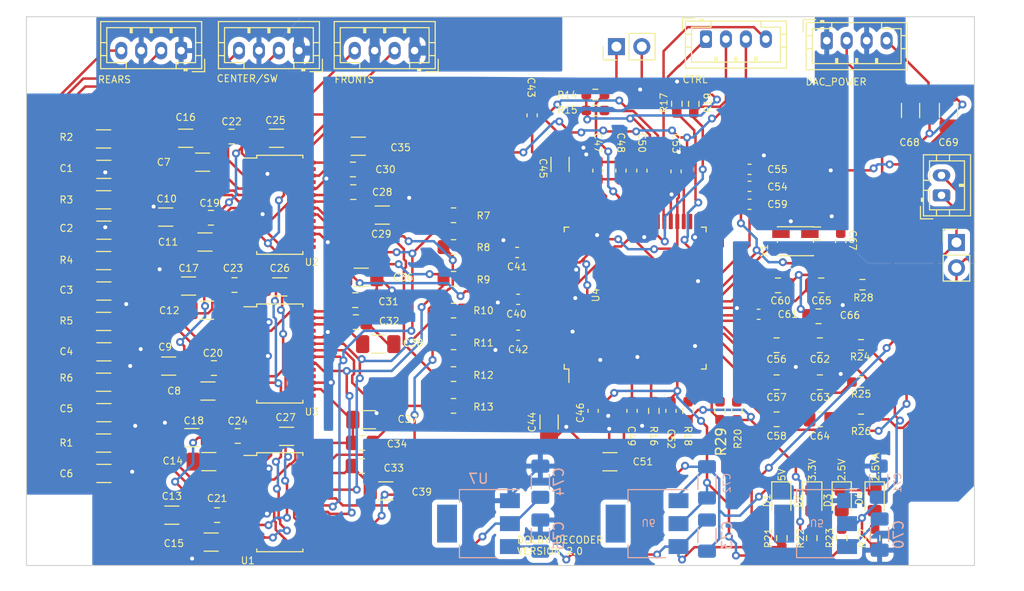
<source format=kicad_pcb>
(kicad_pcb (version 20221018) (generator pcbnew)
  (layers (0 "F.Cu" signal) (31 "B.Cu" signal) (34 "B.Paste" user) (35 "F.Paste" user) (36 "B.SilkS" user "B.Silkscreen") (37 "F.SilkS" user "F.Silkscreen") (38 "B.Mask" user) (39 "F.Mask" user) (44 "Edge.Cuts" user))
  (net 0 "")
  (net 1 "3V3")
  (net 2 "SDA")
  (net 3 "I2S_BC")
  (net 4 "I2S_WC")
  (net 5 "I2S_DATA")
  (net 6 "PCMCLK")
  (net 7 "BCLK")
  (net 8 "WCLK")
  (net 9 "I2S_D1")
  (net 10 "I2S_D2")
  (net 11 "I2S_D3")
  (net 12 "2.5V")
  (net 13 "RESET")
  (net 14 "IRQ")
  (net 15 "PLLAF")
  (net 16 "PLLSF")
  (net 17 "I2CADDR")
  (net 18 "SELI2C")
  (net 19 "5VA")
  (net 20 "5V")
  (net 21 "Net-(D1-A)")
  (net 22 "Net-(D2-A)")
  (net 23 "DCSB")
  (net 24 "CLKIN")
  (net 25 "SFREQ")
  (net 26 "Net-(D3-A)")
  (net 27 "Net-(D4-A)")
  (net 28 "SPDIF_IN")
  (net 29 "PLLSPDIF")
  (net 30 "GND")
  (net 31 "DEEMPTH")
  (net 32 "AGND")
  (net 33 "2.5VA")
  (net 34 "SCL")
  (net 35 "CLKOUT")
  (net 36 "SPDIF_N")
  (net 38 "I2S_D4")
  (net 39 "3V3A")
  (net 40 "VOUT1")
  (net 41 "VOUT2")
  (net 42 "VOUT3")
  (net 43 "VOUT4")
  (net 44 "VOUT5")
  (net 45 "VOUT6")
  (net 46 "Net-(U1-CAPM)")
  (net 47 "Net-(U1-CAPP)")
  (net 48 "Net-(U1-VNEG)")
  (net 49 "Net-(U1-LDOO)")
  (net 50 "Net-(U1-VCOM{slash}DEMP)")
  (net 51 "Net-(U3-CAPM)")
  (net 52 "Net-(U3-CAPP)")
  (net 53 "Net-(U3-VNEG)")
  (net 54 "Net-(U3-LDOO)")
  (net 55 "Net-(U3-VCOM{slash}DEMP)")
  (net 56 "Net-(C65-Pad2)")
  (net 67 "Net-(U2-VNEG)")
  (net 68 "Net-(U2-VCOM{slash}DEMP)")
  (net 69 "Net-(U2-CAPM)")
  (net 70 "Net-(U2-CAPP)")
  (net 71 "Net-(U2-LDOO)")
  (net 72 "Net-(U4-SPDN)")
  (net 73 "Net-(C62-Pad2)")
  (net 74 "Net-(C63-Pad1)")
  (net 75 "Net-(U4-SPDP)")
  (net 76 "Net-(U4-SCLK)")
  (net 77 "Net-(U4-LRCLK)")
  (net 78 "Net-(U4-PCMCLK)")
  (net 79 "Net-(U4-PCM_OUT0)")
  (net 80 "Net-(U4-PCM_OUT1)")
  (net 81 "Net-(U4-PCM_OUT2)")
  (net 82 "Net-(U4-PCM_OUT3)")
  (net 83 "Net-(U4-A0)")
  (net 84 "Net-(U4-A5)")
  (net 108 "FL")
  (net 109 "FR")
  (net 110 "CT")
  (net 111 "SW")
  (net 112 "RL")
  (net 113 "RR")
  (net 114 "Net-(U4-R{slash}W)")
  (net 115 "Net-(U4-DCSB)")
  (footprint "Resistor_SMD:R_0603_1608Metric_Pad0.98x0.95mm_HandSolder" (layer "F.Cu") (at 193.2 93.65 90)
    (fp_text reference "R22")
    (fp_text value "430R")
  )
  (footprint "Package_SO:TSSOP-28_4.4x9.7mm_P0.65mm" (layer "F.Cu") (at 139.89375 60.25)
    (fp_text reference "U2")
    (fp_text value "PCM5122PW")
  )
  (footprint "Capacitor_SMD:C_1206_3216Metric_Pad1.33x1.80mm_HandSolder" (layer "F.Cu") (at 122.2625 81.078176 180)
    (fp_text reference "C5")
    (fp_text value "2.2n")
  )
  (footprint "Capacitor_SMD:C_1206_3216Metric_Pad1.33x1.80mm_HandSolder" (layer "F.Cu") (at 148.052641 67.512108)
    (fp_text reference "C36")
    (fp_text value "10u")
  )
  (footprint "Connector_JST:JST_PH_B4B-PH-K_1x04_P2.00mm_Vertical" (layer "F.Cu") (at 141.8 44.8 180)
    (fp_text reference "J7" hide)
    (fp_text value "Conn_01x04_Pin")
  )
  (footprint "Connector_JST:JST_PH_B4B-PH-K_1x04_P2.00mm_Vertical" (layer "F.Cu") (at 130 44.8 180)
    (fp_text reference "J8" hide)
    (fp_text value "Conn_01x04_Pin")
  )
  (footprint "Package_SO:TSSOP-28_4.4x9.7mm_P0.65mm" (layer "F.Cu") (at 139.89375 75.152389)
    (fp_text reference "U3")
    (fp_text value "PCM5122PW")
  )
  (footprint "Connector_PinHeader_2.54mm:PinHeader_1x02_P2.54mm_Vertical" (layer "F.Cu") (at 173.625 44.4 90)
    (fp_text reference "J1" hide)
    (fp_text value "Conn_01x02")
  )
  (footprint "Capacitor_SMD:C_1206_3216Metric_Pad1.33x1.80mm_HandSolder" (layer "F.Cu") (at 130.45625 53.58125 180)
    (fp_text reference "C16")
    (fp_text value "10u")
  )
  (footprint "Resistor_SMD:R_1206_3216Metric_Pad1.30x1.75mm_HandSolder" (layer "F.Cu") (at 122.2325 71.93636 180)
    (fp_text reference "R5")
    (fp_text value "470R")
  )
  (footprint "Resistor_SMD:R_0603_1608Metric_Pad0.98x0.95mm_HandSolder" (layer "F.Cu") (at 185.689285 80.9 90)
    (fp_text reference "R20")
    (fp_text value "4.7K")
  )
  (footprint "Capacitor_SMD:C_1206_3216Metric_Pad1.33x1.80mm_HandSolder" (layer "F.Cu") (at 122.2625 87.172728 180)
    (fp_text reference "C6")
    (fp_text value "2.2n")
  )
  (footprint "Capacitor_SMD:C_1206_3216Metric_Pad1.33x1.80mm_HandSolder" (layer "F.Cu") (at 122.2625 74.983632 180)
    (fp_text reference "C4")
    (fp_text value "2.2n")
  )
  (footprint "Capacitor_SMD:C_1206_3216Metric_Pad1.33x1.80mm_HandSolder" (layer "F.Cu") (at 132.775 85.986029)
    (fp_text reference "C14")
    (fp_text value "2.2u")
  )
  (footprint "Capacitor_SMD:C_0603_1608Metric_Pad1.08x0.95mm_HandSolder" (layer "F.Cu") (at 171.775 56.825 90)
    (fp_text reference "C47")
    (fp_text value "0.1U")
  )
  (footprint "Capacitor_SMD:C_1206_3216Metric_Pad1.33x1.80mm_HandSolder" (layer "F.Cu") (at 203.1 50.8 90)
    (fp_text reference "C68")
    (fp_text value "10U")
  )
  (footprint "Resistor_SMD:R_0603_1608Metric_Pad0.98x0.95mm_HandSolder" (layer "F.Cu") (at 198.1375 74.280556)
    (fp_text reference "R24")
    (fp_text value "1K")
  )
  (footprint "Resistor_SMD:R_0805_2012Metric_Pad1.20x1.40mm_HandSolder" (layer "F.Cu") (at 157.3 80.4 180)
    (fp_text reference "R13")
    (fp_text value "47R")
  )
  (footprint "Capacitor_SMD:C_1206_3216Metric_Pad1.33x1.80mm_HandSolder" (layer "F.Cu") (at 149.752641 74.212108 180)
    (fp_text reference "C38")
    (fp_text value "10u")
  )
  (footprint "Resistor_SMD:R_0603_1608Metric_Pad0.98x0.95mm_HandSolder" (layer "F.Cu") (at 179.675 50.125 -90)
    (fp_text reference "R17")
    (fp_text value "4.7K")
  )
  (footprint "Resistor_SMD:R_1206_3216Metric_Pad1.30x1.75mm_HandSolder" (layer "F.Cu") (at 122.2325 53.652728 180)
    (fp_text reference "R2")
    (fp_text value "470R")
  )
  (footprint "Resistor_SMD:R_0603_1608Metric_Pad0.98x0.95mm_HandSolder" (layer "F.Cu") (at 181.375 50.1375 -90)
    (fp_text reference "R19")
    (fp_text value "4.7K")
  )
  (footprint "Capacitor_SMD:C_1206_3216Metric_Pad1.33x1.80mm_HandSolder" (layer "F.Cu") (at 128.752641 76.412108 180)
    (fp_text reference "C9")
    (fp_text value "10u")
  )
  (footprint "Capacitor_SMD:C_1206_3216Metric_Pad1.33x1.80mm_HandSolder" (layer "F.Cu") (at 166.875 82.025 -90)
    (fp_text reference "C44")
    (fp_text value "10U")
  )
  (footprint "Capacitor_SMD:C_1206_3216Metric_Pad1.33x1.80mm_HandSolder" (layer "F.Cu") (at 140.575 83.454779 180)
    (fp_text reference "C27")
    (fp_text value "2.2u")
  )
  (footprint "Capacitor_SMD:C_0805_2012Metric_Pad1.18x1.45mm_HandSolder" (layer "F.Cu") (at 148.116502 86.427145)
    (fp_text reference "C33")
    (fp_text value "0.1u")
  )
  (footprint "Resistor_SMD:R_1206_3216Metric_Pad1.30x1.75mm_HandSolder" (layer "F.Cu") (at 122.2325 65.841816 180)
    (fp_text reference "R4")
    (fp_text value "470R")
  )
  (footprint "Capacitor_SMD:C_0603_1608Metric_Pad1.08x0.95mm_HandSolder" (layer "F.Cu") (at 196.1 63.9 90)
    (fp_text reference "C67")
    (fp_text value "100N")
  )
  (footprint "Capacitor_SMD:C_0805_2012Metric_Pad1.18x1.45mm_HandSolder" (layer "F.Cu") (at 189.675 81.747222 180)
    (fp_text reference "C58")
    (fp_text value "100N")
  )
  (footprint "Capacitor_SMD:C_0603_1608Metric_Pad1.08x0.95mm_HandSolder" (layer "F.Cu") (at 163.775 73.325 180)
    (fp_text reference "C42")
    (fp_text value "0.1U")
  )
  (footprint "Capacitor_SMD:C_0805_2012Metric_Pad1.18x1.45mm_HandSolder" (layer "F.Cu") (at 147.515141 72.012108)
    (fp_text reference "C32")
    (fp_text value "0.1u")
  )
  (footprint "Capacitor_SMD:C_1206_3216Metric_Pad1.33x1.80mm_HandSolder" (layer "F.Cu") (at 167.975 56.2 90)
    (fp_text reference "C45")
    (fp_text value "10U")
  )
  (footprint "LED_SMD:LED_0805_2012Metric_Pad1.15x1.40mm_HandSolder" (layer "F.Cu") (at 196.2 89.875 -90)
    (fp_text reference "D3")
    (fp_text value "ORANGE")
  )
  (footprint "Capacitor_SMD:C_0805_2012Metric_Pad1.18x1.45mm_HandSolder" (layer "F.Cu") (at 147.21875 56.709664 180)
    (fp_text reference "C30")
    (fp_text value "0.1u")
  )
  (footprint "Connector_PinHeader_2.54mm:PinHeader_1x02_P2.54mm_Vertical" (layer "F.Cu") (at 207.7 64.025)
    (fp_text reference "J5" hide)
    (fp_text value "Conn_01x02_Male")
  )
  (footprint "Capacitor_SMD:C_1206_3216Metric_Pad1.33x1.80mm_HandSolder" (layer "F.Cu") (at 148.775 81.786029)
    (fp_text reference "C37")
    (fp_text value "10u")
  )
  (footprint "Capacitor_SMD:C_1206_3216Metric_Pad1.33x1.80mm_HandSolder" (layer "F.Cu") (at 139.890141 68.480858 180)
    (fp_text reference "C26")
    (fp_text value "2.2u")
  )
  (footprint "Resistor_SMD:R_0805_2012Metric_Pad1.20x1.40mm_HandSolder" (layer "F.Cu") (at 157.3 61.3 180)
    (fp_text reference "R7")
    (fp_text value "47R")
  )
  (footprint "Resistor_SMD:R_0603_1608Metric_Pad0.98x0.95mm_HandSolder" (layer "F.Cu") (at 198.1375 81.747222 180)
    (fp_text reference "R26")
    (fp_text value "75R")
  )
  (footprint "Capacitor_SMD:C_1206_3216Metric_Pad1.33x1.80mm_HandSolder" (layer "F.Cu") (at 132.39375 63.98125)
    (fp_text reference "C11")
    (fp_text value "10u")
  )
  (footprint "MountingHole:MountingHole_3.2mm_M3" (layer "F.Cu") (at 207 43.9)
    (fp_text reference "H3" hide)
    (fp_text value "MountingHole")
  )
  (footprint "Capacitor_SMD:C_0603_1608Metric_Pad1.08x0.95mm_HandSolder" (layer "F.Cu") (at 163.775 69.725 180)
    (fp_text reference "C40")
    (fp_text value "0.1U")
  )
  (footprint "Capacitor_SMD:C_1206_3216Metric_Pad1.33x1.80mm_HandSolder" (layer "F.Cu") (at 122.2625 68.889088 180)
    (fp_text reference "C3")
    (fp_text value "2.2n")
  )
  (footprint "Capacitor_SMD:C_1206_3216Metric_Pad1.33x1.80mm_HandSolder" (layer "F.Cu") (at 133.0125 94.05)
    (fp_text reference "C15")
    (fp_text value "10u")
  )
  (footprint "Resistor_SMD:R_0805_2012Metric_Pad1.20x1.40mm_HandSolder" (layer "F.Cu") (at 157.3 64.483333 180)
    (fp_text reference "R8")
    (fp_text value "47R")
  )
  (footprint "Capacitor_SMD:C_0603_1608Metric_Pad1.08x0.95mm_HandSolder" (layer "F.Cu") (at 175.189285 80.9 -90)
    (fp_text reference "C49")
    (fp_text value "0.1U")
  )
  (footprint "Capacitor_SMD:C_0805_2012Metric_Pad1.18x1.45mm_HandSolder" (layer "F.Cu") (at 194.0125 78.036111)
    (fp_text reference "C63")
    (fp_text value "4.7N")
  )
  (footprint "Capacitor_SMD:C_0805_2012Metric_Pad1.18x1.45mm_HandSolder" (layer "F.Cu") (at 148.1375 84.109891 180)
    (fp_text reference "C34")
    (fp_text value "0.1u")
  )
  (footprint "Capacitor_SMD:C_1206_3216Metric_Pad1.33x1.80mm_HandSolder" (layer "F.Cu") (at 122.2625 62.794544 180)
    (fp_text reference "C2")
    (fp_text value "2.2n")
  )
  (footprint "MountingHole:MountingHole_3.2mm_M3" (layer "F.Cu") (at 117 93.9)
    (fp_text reference "H2" hide)
    (fp_text value "MountingHole")
  )
  (footprint "Connector_JST:JST_PH_B4B-PH-K_1x04_P2.00mm_Vertical" (layer "F.Cu") (at 153.4 44.8 180)
    (fp_text reference "J6" hide)
    (fp_text value "Conn_01x04_Pin")
  )
  (footprint "Resistor_SMD:R_0805_2012Metric_Pad1.20x1.40mm_HandSolder" (layer "F.Cu") (at 157.3 67.666666 180)
    (fp_text reference "R9")
    (fp_text value "47R")
  )
  (footprint "Capacitor_SMD:C_0805_2012Metric_Pad1.18x1.45mm_HandSolder" (layer "F.Cu") (at 135.05625 53.41125 180)
    (fp_text reference "C22")
    (fp_text value "0.1u")
  )
  (footprint "Resistor_SMD:R_0603_1608Metric_Pad0.98x0.95mm_HandSolder" (layer "F.Cu") (at 190.2 93.65 90)
    (fp_text reference "R21")
    (fp_text value "1K")
  )
  (footprint "Capacitor_SMD:C_0603_1608Metric_Pad1.08x0.95mm_HandSolder" (layer "F.Cu") (at 174.075 56.825 90)
    (fp_text reference "C48")
    (fp_text value "0.1U")
  )
  (footprint "Capacitor_SMD:C_1206_3216Metric_Pad1.33x1.80mm_HandSolder" (layer "F.Cu") (at 147.75625 54.38125)
    (fp_text reference "C35")
    (fp_text value "10u")
  )
  (footprint "Capacitor_SMD:C_0805_2012Metric_Pad1.18x1.45mm_HandSolder" (layer "F.Cu") (at 132.99375 61.55)
    (fp_text reference "C19")
    (fp_text value "0.1u")
  )
  (footprint "Capacitor_SMD:C_0603_1608Metric_Pad1.08x0.95mm_HandSolder" (layer "F.Cu") (at 186.9625 56.7)
    (fp_text reference "C55")
    (fp_text value "0.1U")
  )
  (footprint "Capacitor_SMD:C_0805_2012Metric_Pad1.18x1.45mm_HandSolder" (layer "F.Cu") (at 194.0125 74.325)
    (fp_text reference "C62")
    (fp_text value "5.6N")
  )
  (footprint "Resistor_SMD:R_0805_2012Metric_Pad1.20x1.40mm_HandSolder" (layer "F.Cu") (at 157.3 70.850001 180)
    (fp_text reference "R10")
    (fp_text value "47R")
  )
  (footprint "Capacitor_SMD:C_0805_2012Metric_Pad1.18x1.45mm_HandSolder" (layer "F.Cu") (at 133.290141 76.612108)
    (fp_text reference "C20")
    (fp_text value "0.1u")
  )
  (footprint "Connector_JST:JST_PH_B4B-PH-K_1x04_P2.00mm_Vertical" (layer "F.Cu") (at 182.6 43.65)
    (fp_text reference "J2" hide)
    (fp_text value "Conn_01x04_Male")
  )
  (footprint "Capacitor_SMD:C_1206_3216Metric_Pad1.33x1.80mm_HandSolder" (layer "F.Cu") (at 172.975 86 180)
    (fp_text reference "C51")
    (fp_text value "10U")
  )
  (footprint "Capacitor_SMD:C_1206_3216Metric_Pad1.33x1.80mm_HandSolder" (layer "F.Cu") (at 206.9 50.8 90)
    (fp_text reference "C69")
    (fp_text value "10U")
  )
  (footprint "Capacitor_SMD:C_1206_3216Metric_Pad1.33x1.80mm_HandSolder" (layer "F.Cu") (at 129.075 91.35 180)
    (fp_text reference "C13")
    (fp_text value "10u")
  )
  (footprint "Package_QFP:LQFP-80_14x14mm_P0.65mm" (layer "F.Cu") (at 175.5 69.6 90)
    (fp_text reference "U4")
    (fp_text value "SPA130")
  )
  (footprint "Capacitor_SMD:C_1206_3216Metric_Pad1.33x1.80mm_HandSolder" (layer "F.Cu") (at 122.2625 56.7 180)
    (fp_text reference "C1")
    (fp_text value "2.2n")
  )
  (footprint "Connector_JST:JST_PH_B2B-PH-K_1x02_P2.00mm_Vertical" (layer "F.Cu") (at 206.2 59.3 90)
    (fp_text reference "J4" hide)
    (fp_text value "Conn_01x02_Male")
  )
  (footprint "Capacitor_SMD:C_0805_2012Metric_Pad1.18x1.45mm_HandSolder" (layer "F.Cu") (at 193.875 71.425)
    (fp_text reference "C66")
    (fp_text value "10U")
  )
  (footprint "Resistor_SMD:R_0603_1608Metric_Pad0.98x0.95mm_HandSolder" (layer "F.Cu") (at 180.8 80.9 -90)
    (fp_text reference "R18")
    (fp_text value "10K")
  )
  (footprint "Resistor_SMD:R_1206_3216Metric_Pad1.30x1.75mm_HandSolder" (layer "F.Cu") (at 122.2325 84.125448 180)
    (fp_text reference "R1")
    (fp_text value "470R")
  )
  (footprint "Capacitor_SMD:C_1206_3216Metric_Pad1.33x1.80mm_HandSolder" (layer "F.Cu") (at 132.552641 70.812108)
    (fp_text reference "C12")
    (fp_text value "2.2u")
  )
  (footprint "Capacitor_SMD:C_0603_1608Metric_Pad1.08x0.95mm_HandSolder" (layer "F.Cu") (at 186.9625 60.2)
    (fp_text reference "C59")
    (fp_text value "0.1U")
  )
  (footprint "Resistor_SMD:R_1206_3216Metric_Pad1.30x1.75mm_HandSolder" (layer "F.Cu") (at 122.2325 78.030904 180)
    (fp_text reference "R6")
    (fp_text value "470R")
  )
  (footprint "Capacitor_SMD:C_0603_1608Metric_Pad1.08x0.95mm_HandSolder" (layer "F.Cu") (at 186.9625 58.4)
    (fp_text reference "C54")
    (fp_text value "0.1U")
  )
  (footprint "Resistor_SMD:R_1206_3216Metric_Pad1.30x1.75mm_HandSolder" (layer "F.Cu") (at 122.2325 59.747272 180)
    (fp_text reference "R3")
    (fp_text value "470R")
  )
  (footprint "Capacitor_SMD:C_0805_2012Metric_Pad1.18x1.45mm_HandSolder" (layer "F.Cu") (at 135.352641 68.292169 180)
    (fp_text reference "C23")
    (fp_text value "0.1u")
  )
  (footprint "Capacitor_SMD:C_0603_1608Metric_Pad1.08x0.95mm_HandSolder" (layer "F.Cu") (at 179.089285 80.9 -90)
    (fp_text reference "C52")
    (fp_text value "0.1U")
  )
  (footprint "Capacitor_SMD:C_0603_1608Metric_Pad1.08x0.95mm_HandSolder" (layer "F.Cu") (at 165.175 51.2875 90)
    (fp_text reference "C43")
    (fp_text value "0.1U")
  )
  (footprint "Resistor_SMD:R_0603_1608Metric_Pad0.98x0.95mm_HandSolder" (layer "F.Cu") (at 171.5125 49.2)
    (fp_text reference "R14")
    (fp_text value "4.7K")
  )
  (footprint "Resistor_SMD:R_0603_1608Metric_Pad0.98x0.95mm_HandSolder" (layer "F.Cu") (at 184 80.8875 -90)
    (fp_text reference "R29")
    (fp_text value "4.7K")
  )
  (footprint "Resistor_SMD:R_0603_1608Metric_Pad0.98x0.95mm_HandSolder" (layer "F.Cu") (at 198.275 68.258334)
    (fp_text reference "R28")
    (fp_text value "1K")
  )
  (footprint "Resistor_SMD:R_0603_1608Metric_Pad0.98x0.95mm_HandSolder" (layer "F.Cu") (at 177.37143 80.9 -90)
    (fp_text reference "R16")
    (fp_text value "10K")
  )
  (footprint "MountingHole:MountingHole_3.2mm_M3" (layer "F.Cu") (at 207 93.9)
    (fp_text reference "H4" hide)
    (fp_text value "MountingHole")
  )
  (footprint "Capacitor_SMD:C_0603_1608Metric_Pad1.08x0.95mm_HandSolder" (layer "F.Cu") (at 163.675 65.025 180)
    (fp_text reference "C41")
    (fp_text value "0.1U")
  )
  (footprint "Resistor_SMD:R_0603_1608Metric_Pad0.98x0.95mm_HandSolder" (layer "F.Cu") (at 171.5125 50.8)
    (fp_text reference "R15")
    (fp_text value "4.7K")
  )
  (footprint "Resistor_SMD:R_0603_1608Metric_Pad0.98x0.95mm_HandSolder" (layer "F.Cu") (at 199.5 93.65 90)
    (fp_text reference "R27")
    (fp_text value "160R")
  )
  (footprint "Resistor_SMD:R_0805_2012Metric_Pad1.20x1.40mm_HandSolder" (layer "F.Cu") (at 157.3 77.216667 180)
    (fp_text reference "R12")
    (fp_text value "47R")
  )
  (footprint "Resistor_SMD:R_0603_1608Metric_Pad0.98x0.95mm_HandSolder" (layer "F.Cu") (at 198.1375 78.013889)
    (fp_text reference "R25")
    (fp_text value "330R")
  )
  (footprint "Resistor_SMD:R_0805_2012Metric_Pad1.20x1.40mm_HandSolder" (layer "F.Cu") (at 157.3 74.033334 180)
    (fp_text reference "R11")
    (fp_text value "47R")
  )
  (footprint "Capacitor_SMD:C_0603_1608Metric_Pad1.08x0.95mm_HandSolder" (layer "F.Cu") (at 187.875 71.225)
    (fp_text reference "C61")
    (fp_text value "0.1U")
  )
  (footprint "Capacitor_SMD:C_0805_2012Metric_Pad1.18x1.45mm_HandSolder" (layer "F.Cu") (at 133.6125 91.35)
    (fp_text reference "C21")
    (fp_text value "0.1u")
  )
  (footprint "Capacitor_SMD:C_0603_1608Metric_Pad1.08x0.95mm_HandSolder" (layer "F.Cu") (at 176.175 56.825 90)
    (fp_text reference "C50")
    (fp_text value "0.1U")
  )
  (footprint "Capacitor_SMD:C_0805_2012Metric_Pad1.18x1.45mm_HandSolder" (layer "F.Cu") (at 147.25625 58.98125)
    (fp_text reference "C28")
    (fp_text value "0.1u")
  )
  (footprint "Capacitor_SMD:C_1206_3216Metric_Pad1.33x1.80mm_HandSolder" (layer "F.Cu") (at 131.075 83.586029 180)
    (fp_text reference "C18")
    (fp_text value "10u")
  )
  (footprint "LED_SMD:LED_0805_2012Metric_Pad1.15x1.40mm_HandSolder" (layer "F.Cu") (at 199.5 89.875 -90)
    (fp_text reference "D4")
    (fp_text value "YELLOW")
  )
  (footprint "Capacitor_SMD:C_0805_2012Metric_Pad1.18x1.45mm_HandSolder" (layer "F.Cu") (at 194.0125 81.747222 180)
    (fp_text reference "C64")
    (fp_text value "100N")
  )
  (footprint "Capacitor_SMD:C_1206_3216Metric_Pad1.33x1.80mm_HandSolder" (layer "F.Cu") (at 128.45625 61.48125 180)
    (fp_text reference "C10")
    (fp_text value "10u")
  )
  (footprint "Package_SO:TSSOP-28_4.4x9.7mm_P0.65mm" (layer "F.Cu") (at 139.89375 90.054779)
    (fp_text reference "U1")
    (fp_text value "PCM5122PW")
  )
  (footprint "Capacitor_SMD:C_1206_3216Metric_Pad1.33x1.80mm_HandSolder" (layer "F.Cu") (at 132.15625 55.98125)
    (fp_text reference "C7")
    (fp_text value "2.2u")
  )
  (footprint "Capacitor_SMD:C_0603_1608Metric_Pad1.08x0.95mm_HandSolder" (layer "F.Cu") (at 171.289285 80.9 -90)
    (fp_text reference "C46")
    (fp_text value "0.1U")
  )
  (footprint "Capacitor_SMD:C_1206_3216Metric_Pad1.33x1.80mm_HandSolder" (layer "F.Cu") (at 130.752641 68.392169 180)
    (fp_text reference "C17")
    (fp_text value "10u")
  )
  (footprint "Capacitor_SMD:C_0805_2012Metric_Pad1.18x1.45mm_HandSolder" (layer "F.Cu") (at 189.675 74.325)
    (fp_text reference "C56")
    (fp_text value "470P")
  )
  (footprint "Capacitor_SMD:C_1206_3216Metric_Pad1.33x1.80mm_HandSolder" (layer "F.Cu") (at 132.690141 78.912108)
    (fp_text reference "C8")
    (fp_text value "10u")
  )
  (footprint "Capacitor_SMD:C_0805_2012Metric_Pad1.18x1.45mm_HandSolder" (layer "F.Cu") (at 135.675 83.416029 180)
    (fp_text reference "C24")
    (fp_text value "0.1u")
  )
  (footprint "Resistor_SMD:R_0603_1608Metric_Pad0.98x0.95mm_HandSolder" (layer "F.Cu") (at 196.2 93.65 90)
    (fp_text reference "R23")
    (fp_text value "160R")
  )
  (footprint "LED_SMD:LED_0805_2012Metric_Pad1.15x1.40mm_HandSolder" (layer "F.Cu") (at 193.25 89.875 -90)
    (fp_text reference "D2")
    (fp_text value "YELLOW")
  )
  (footprint "Capacitor_SMD:C_1206_3216Metric_Pad1.33x1.80mm_HandSolder" (layer "F.Cu") (at 150.15625 61.28125 180)
    (fp_text reference "C29")
    (fp_text value "10u")
  )
  (footprint "MountingHole:MountingHole_3.2mm_M3" (layer "F.Cu") (at 117 43.9)
    (fp_text reference "H1" hide)
    (fp_text value "MountingHole")
  )
  (footprint "Capacitor_SMD:C_0805_2012Metric_Pad1.18x1.45mm_HandSolder" (layer "F.Cu") (at 147.452641 69.812108 180)
    (fp_text reference "C31")
    (fp_text value "0.1u")
  )
  (footprint "Capacitor_SMD:C_0805_2012Metric_Pad1.18x1.45mm_HandSolder" (layer "F.Cu") (at 189.8125 68.325)
    (fp_text reference "C60")
    (fp_text value "470P")
  )
  (footprint "Connector_JST:JST_PH_B4B-PH-K_1x04_P2.00mm_Vertical" (layer "F.Cu") (at 194.7 43.8)
    (fp_text reference "J3" hide)
    (fp_text value "Conn_01x04_Male")
  )
  (footprint "Capacitor_SMD:C_0603_1608Metric_Pad1.08x0.95mm_HandSolder" (layer "F.Cu") (at 179.6 56.9 90)
    (fp_text reference "C53")
    (fp_text value "0.1U")
  )
  (footprint "Capacitor_SMD:C_0805_2012Metric_Pad1.18x1.45mm_HandSolder" (layer "F.Cu") (at 189.675 78.036111)
    (fp_text reference "C57")
    (fp_text value "150P")
  )
  (footprint "LED_SMD:LED_0805_2012Metric_Pad1.15x1.40mm_HandSolder" (layer "F.Cu") (at 190.15 89.875 -90)
    (fp_text reference "D1")
    (fp_text value "YELLOW")
  )
  (footprint "Capacitor_SMD:C_1206_3216Metric_Pad1.33x1.80mm_HandSolder" (layer "F.Cu") (at 139.55625 53.58125 180)
    (fp_text reference "C25")
    (fp_text value "2.2u")
  )
  (footprint "Capacitor_SMD:C_0805_2012Metric_Pad1.18x1.45mm_HandSolder" (layer "F.Cu") (at 194.15 68.325)
    (fp_text reference "C65")
    (fp_text value "5.6N")
  )
  (footprint "Oscillator:Oscillator_SMD_EuroQuartz_XO32-4Pin_3.2x2.5mm_HandSoldering" (layer "F.Cu") (at 191.5625 63.9 180)
    (fp_text reference "X1")
    (fp_text value "TXC-7C")
  )
  (footprint "Capacitor_SMD:C_1206_3216Metric_Pad1.33x1.80mm_HandSolder" (layer "F.Cu") (at 150.516502 88.927145 180)
    (fp_text reference "C39")
    (fp_text value "10u")
  )
  (footprint "Capacitor_SMD:C_1206_3216Metric_Pad1.33x1.80mm_HandSolder" (layer "B.Cu") (at 200 93.3 -90)
    (fp_text reference "C70")
    (fp_text value "10U")
  )
  (footprint "Capacitor_SMD:C_1206_3216Metric_Pad1.33x1.80mm_HandSolder" (layer "B.Cu") (at 166 88 90)
    (fp_text reference "C74")
    (fp_text value "10U")
  )
  (footprint "Capacitor_SMD:C_1206_3216Metric_Pad1.33x1.80mm_HandSolder" (layer "B.Cu") (at 182.7 93.4 -90)
    (fp_text reference "C73")
    (fp_text value "10U")
  )
  (footprint "Package_TO_SOT_SMD:SOT-223" (layer "B.Cu") (at 159.8 92.2 180)
    (fp_text reference "U7")
    (fp_text value "AMS1117-3.3")
  )
  (footprint "Capacitor_SMD:C_1206_3216Metric_Pad1.33x1.80mm_HandSolder" (layer "B.Cu") (at 166 93.4 90)
    (fp_text reference "C75")
    (fp_text value "10U")
  )
  (footprint "Capacitor_SMD:C_1206_3216Metric_Pad1.33x1.80mm_HandSolder" (layer "B.Cu") (at 182.7 88.0625 90)
    (fp_text reference "C72")
    (fp_text value "10U")
  )
  (footprint "Package_TO_SOT_SMD:SOT-223" (layer "B.Cu") (at 193.587226 92.2 180)
    (fp_text reference "U5")
    (fp_text value "AMS1117-2.5")
  )
  (footprint "Package_TO_SOT_SMD:SOT-223" (layer "B.Cu") (at 176.693613 92.2 180)
    (fp_text reference "U6")
    (fp_text value "AMS1117-2.5")
  )
  (footprint "Capacitor_SMD:C_1206_3216Metric_Pad1.33x1.80mm_HandSolder" (layer "B.Cu") (at 199.912774 88 90)
    (fp_text reference "C71")
    (fp_text value "10U")
  )
  (gr_line (start 209.5 96.4) (end 114.5 96.4) (stroke (width 0.1)) (layer "Edge.Cuts"))
  (gr_line (start 209.5 41.4) (end 209.5 96.4) (stroke (width 0.1)) (layer "Edge.Cuts"))
  (gr_line (start 114.5 96.4) (end 114.5 41.4) (stroke (width 0.1)) (layer "Edge.Cuts"))
  (gr_line (start 114.5 41.4) (end 209.5 41.4) (stroke (width 0.1)) (layer "Edge.Cuts"))
  (gr_text "FRONTS" (at 145.3 47.7) (layer "F.SilkS") (effects (font (size 0.7 0.7) (thickness 0.1)) (justify left)))
  (gr_text "DOLBY DECODER\nVERSION 2.0" (at 163.6 94.4) (layer "F.SilkS") (effects (font (size 0.7 0.7) (thickness 0.1)) (justify left)))
  (gr_text "DAC_POWER" (at 192.521803 47.929915) (layer "F.SilkS") (effects (font (size 0.7 0.7) (thickness 0.1)) (justify left)))
  (gr_text "2.5V" (at 196.2 88.015 90) (layer "F.SilkS") (effects (font (size 0.7 0.7) (thickness 0.1)) (justify left)))
  (gr_text "3.3V" (at 193.25 88.015 90) (layer "F.SilkS") (effects (font (size 0.7 0.7) (thickness 0.1)) (justify left)))
  (gr_text "CTRL" (at 180.2 47.7) (layer "F.SilkS") (effects (font (size 0.7 0.7) (thickness 0.1)) (justify left)))
  (gr_text "CENTER/SW" (at 133.5 47.6) (layer "F.SilkS") (effects (font (size 0.7 0.7) (thickness 0.1)) (justify left)))
  (gr_text "2.5VA" (at 199.6 88.015 90) (layer "F.SilkS") (effects (font (size 0.7 0.7) (thickness 0.1)) (justify left)))
  (gr_text "REARS" (at 121.6 47.7) (layer "F.SilkS") (effects (font (size 0.7 0.7) (thickness 0.1)) (justify left)))
  (gr_text "5V" (at 190.2 88.015 90) (layer "F.SilkS") (effects (font (size 0.7 0.7) (thickness 0.1)) (justify left)))
  (segment (start 193.0125 65.7) (end 193.0125 64.925) (width 0.25) (layer "F.Cu") (net 1))
  (segment (start 141.24375 61.75) (end 141.24375 56.829042) (width 0.25) (layer "F.Cu") (net 1))
  (segment (start 168.6 69.275) (end 173.45 64.425) (width 0.25) (layer "F.Cu") (net 1))
  (segment (start 170.6 49.2) (end 170.6 50.8) (width 0.25) (layer "F.Cu") (net 1))
  (segment (start 145.29986 70.927389) (end 142.067708 70.927389) (width 0.25) (layer "F.Cu") (net 1))
  (segment (start 184.049694 68.625) (end 187.674847 64.999847) (width 0.25) (layer "F.Cu") (net 1))
  (segment (start 142.75625 78.727389) (end 144.005421 78.727389) (width 0.25) (layer "F.Cu") (net 1))
  (segment (start 192.036726 93.399226) (end 192.036726 92) (width 0.25) (layer "F.Cu") (net 1))
  (segment (start 141.352641 71.642456) (end 141.352641 77.312108) (width 0.25) (layer "F.Cu") (net 1))
  (segment (start 142.067708 88.429779) (end 141.336197 89.16129) (width 0.25) (layer "F.Cu") (net 1))
  (segment (start 164.6625 69.7) (end 166.673958 69.7) (width 0.25) (layer "F.Cu") (net 1))
  (segment (start 141.467922 77.427389) (end 142.75625 77.427389) (width 0.25) (layer "F.Cu") (net 1))
  (segment (start 147.1 84.109891) (end 143.787596 84.109891) (width 0.25) (layer "F.Cu") (net 1))
  (segment (start 175.175 63.350305) (end 175.175 63.274999) (width 0.25) (layer "F.Cu") (net 1))
  (segment (start 143.787596 84.109891) (end 141.6 86.297487) (width 0.25) (layer "F.Cu") (net 1))
  (segment (start 141.336197 89.16129) (end 141.336197 91.598268) (width 0.25) (layer "F.Cu") (net 1))
  (segment (start 147.312108 67.512108) (end 147.9 68.1) (width 0.25) (layer "F.Cu") (net 1))
  (segment (start 174.375 85.5625) (end 174.375 80.5625) (width 0.25) (layer "F.Cu") (net 1))
  (segment (start 190.4 66.1) (end 190.3 66) (width 0.25) (layer "F.Cu") (net 1))
  (segment (start 158.475 68.925) (end 163.445496 68.925) (width 0.25) (layer "F.Cu") (net 1))
  (segment (start 142.067708 92.329779) (end 143.375 92.329779) (width 0.25) (layer "F.Cu") (net 1))
  (segment (start 142.75625 62.525) (end 142.01875 62.525) (width 0.25) (layer "F.Cu") (net 1))
  (segment (start 196.1 64.7625) (end 196.1 65.7) (width 0.25) (layer "F.Cu") (net 1))
  (segment (start 181.25625 81.35625) (end 181.8125 80.8) (width 0.25) (layer "F.Cu") (net 1))
  (segment (start 196.7 45.9625) (end 196.7 43.8) (width 0.25) (layer "F.Cu") (net 1))
  (segment (start 180.525001 68.625) (end 180.299695 68.625) (width 0.25) (layer "F.Cu") (net 1))
  (segment (start 141.24375 56.829042) (end 142.047792 56.025) (width 0.25) (layer "F.Cu") (net 1))
  (segment (start 142.067708 88.429779) (end 142.6375 88.429779) (width 0.25) (layer "F.Cu") (net 1))
  (segment (start 175.175 79.7625) (end 175.175 77.275) (width 0.25) (layer "F.Cu") (net 1))
  (segment (start 176.8875 85.725) (end 174.5375 85.725) (width 0.25) (layer "F.Cu") (net 1))
  (segment (start 146.490141 67.512108) (end 146.490141 69.737108) (width 0.25) (layer "F.Cu") (net 1))
  (segment (start 146.19375 54.38125) (end 146.19375 56.697164) (width 0.25) (layer "F.Cu") (net 1))
  (segment (start 141.336197 91.598268) (end 142.067708 92.329779) (width 0.25) (layer "F.Cu") (net 1))
  (segment (start 200.25 55.2125) (end 200.25 62.35) (width 0.25) (layer "F.Cu") (net 1))
  (segment (start 203.1 52.3625) (end 196.7 45.9625) (width 0.25) (layer "F.Cu") (net 1))
  (segment (start 195.7 66.1) (end 193.4125 66.1) (width 0.25) (layer "F.Cu") (net 1))
  (segment (start 175 76.325) (end 175 74.150001) (width 0.25) (layer "F.Cu") (net 1))
  (segment (start 145.496586 56.025) (end 142.75625 56.025) (width 0.25) (layer "F.Cu") (net 1))
  (segment (start 170.7 51.7) (end 170.7 50.9) (width 0.25) (layer "F.Cu") (net 1))
  (segment (start 180.299695 68.625) (end 175.175 63.500305) (width 0.25) (layer "F.Cu") (net 1))
  (segment (start 186.7875 81.8125) (end 187.1 81.5) (width 0.25) (layer "F.Cu") (net 1))
  (segment (start 176.975 56.8875) (end 176.975 53.249695) (width 0.25) (layer "F.Cu") (net 1))
  (segment (start 141.6 87.962071) (end 142.067708 88.429779) (width 0.25) (layer "F.Cu") (net 1))
  (segment (start 175.175 77.275) (end 175.175 76.5) (width 0.25) (layer "F.Cu") (net 1))
  (segment (start 183.225 49.225) (end 183.7 49.7) (width 0.25) (layer "F.Cu") (net 1))
  (segment (start 163.445496 68.925) (end 164.245496 69.725) (width 0.25) (layer "F.Cu") (net 1))
  (segment (start 146.015141 70.212108) (end 145.29986 70.927389) (width 0.25) (layer "F.Cu") (net 1))
  (segment (start 141.352641 77.312108) (end 141.467922 77.427389) (width 0.25) (layer "F.Cu") (net 1))
  (segment (start 146.490141 64.664836) (end 146.490141 67.512108) (width 0.25) (layer "F.Cu") (net 1))
  (segment (start 174.375 80.5625) (end 175.175 79.7625) (width 0.25) (layer "F.Cu") (net 1))
  (segment (start 142.047792 56.025) (end 142.75625 56.025) (width 0.25) (layer "F.Cu") (net 1))
  (segment (start 142.01875 78.727389) (end 141.352641 78.06128) (width 0.25) (layer "F.Cu") (net 1))
  (segment (start 142.75625 62.525) (end 144.350305 62.525) (width 0.25) (layer "F.Cu") (net 1))
  (segment (start 175.175 63.500305) (end 175.175 63.274999) (width 0.25) (layer "F.Cu") (net 1))
  (segment (start 141.6 86.297487) (end 141.6 87.962071) (width 0.25) (layer "F.Cu") (net 1))
  (segment (start 166.673958 69.7) (end 167.098958 69.275) (width 0.25) (layer "F.Cu") (net 1))
  (segment (start 147.2125 81.786029) (end 147.2125 83.997391) (width 0.25) (layer "F.Cu") (net 1))
  (segment (start 158 69.4) (end 158.475 68.925) (width 0.25) (layer "F.Cu") (net 1))
  (segment (start 196.5 66.1) (end 195.7 66.1) (width 0.25) (layer "F.Cu") (net 1))
  (segment (start 175.175 76.5) (end 175 76.325) (width 0.25) (layer "F.Cu") (net 1))
  (segment (start 141.352641 78.06128) (end 141.352641 77.312108) (width 0.25) (layer "F.Cu") (net 1))
  (segment (start 175.175 58.6875) (end 175.175 61.925) (width 0.25) (layer "F.Cu") (net 1))
  (segment (start 187.674847 64.999847) (end 187.674847 64.799847) (width 0.25) (layer "F.Cu") (net 1))
  (segment (start 193.2 94.5625) (end 192.036726 93.399226) (width 0.25) (layer "F.Cu") (net 1))
  (segment (start 176.175 57.6875) (end 175.175 58.6875) (width 0.25) (layer "F.Cu") (net 1))
  (segment (start 183.175 68.625) (end 184.049694 68.625) (width 0.25) (layer "F.Cu") (net 1))
  (segment (start 167.098958 69.275) (end 167.825 69.275) (width 0.25) (layer "F.Cu") (net 1))
  (segment (start 203.1 52.3625) (end 200.25 55.2125) (width 0.25) (layer "F.Cu") (net 1))
  (segment (start 181.8125 80.8) (end 182.3 80.8) (width 0.25) (layer "F.Cu") (net 1))
  (segment (start 146.490141 67.512108) (end 147.312108 67.512108) (width 0.25) (layer "F.Cu") (net 1))
  (segment (start 142.067708 70.927389) (end 141.352641 71.642456) (width 0.25) (layer "F.Cu") (net 1))
  (segment (start 173.45 64.425) (end 174.100305 64.425) (width 0.25) (layer "F.Cu") (net 1))
  (segment (start 142.75625 78.727389) (end 142.01875 78.727389) (width 0.25) (layer "F.Cu") (net 1))
  (segment (start 196.1 65.7) (end 195.7 66.1) (width 0.25) (layer "F.Cu") (net 1))
  (segment (start 183.175 68.625) (end 180.525001 68.625) (width 0.25) (layer "F.Cu") (net 1))
  (segment (start 191.6 86.335396) (end 191.6 87.5) (width 0.25) (layer "F.Cu") (net 1))
  (segment (start 181.375 49.225) (end 183.225 49.225) (width 0.25) (layer "F.Cu") (net 1))
  (segment (start 185.689285 81.8125) (end 186.7875 81.8125) (width 0.25) (layer "F.Cu") (net 1))
  (segment (start 174.100305 64.425) (end 175.175 63.350305) (width 0.25) (layer "F.Cu") (net 1))
  (segment (start 176.975 53.249695) (end 175.325305 51.6) (width 0.25) (layer "F.Cu") (net 1))
  (segment (start 175.175 63.274999) (end 175.175 61.925) (width 0.25) (layer "F.Cu") (net 1))
  (segment (start 180.785715 81.826785) (end 176.8875 85.725) (width 0.25) (layer "F.Cu") (net 1))
  (segment (start 144.350305 62.525) (end 146.490141 64.664836) (width 0.25) (layer "F.Cu") (net 1))
  (segment (start 146.18125 56.709664) (end 145.496586 56.025) (width 0.25) (layer "F.Cu") (net 1))
  (segment (start 167.825 69.275) (end 168.6 69.275) (width 0.25) (layer "F.Cu") (net 1))
  (segment (start 186.1 60.2) (end 186.1 62.1) (width 0.25) (layer "F.Cu") (net 1))
  (segment (start 193.4125 66.1) (end 190.4 66.1) (width 0.25) (layer "F.Cu") (net 1))
  (segment (start 181.25625 81.35625) (end 180.8 81.8125) (width 0.25) (layer "F.Cu") (net 1))
  (segment (start 200.25 62.35) (end 196.5 66.1) (width 0.25) (layer "F.Cu") (net 1))
  (segment (start 176.175 57.6875) (end 176.975 56.8875) (width 0.25) (layer "F.Cu") (net 1))
  (segment (start 187.1 81.5) (end 187.1 81.835396) (width 0.25) (layer "F.Cu") (net 1))
  (segment (start 144.005421 78.727389) (end 146.890141 81.612108) (width 0.25) (layer "F.Cu") (net 1))
  (segment (start 187.1 81.835396) (end 191.6 86.335396) (width 0.25) (layer "F.Cu") (net 1))
  (segment (start 142.01875 62.525) (end 141.24375 61.75) (width 0.25) (layer "F.Cu") (net 1))
  (segment (start 193.4125 66.1) (end 193.1 65.7875) (width 0.25) (layer "F.Cu") (net 1))
  (segment (start 175.325305 51.6) (end 175 51.6) (width 0.25) (layer "F.Cu") (net 1))
  (segment (start 175 74.150001) (end 180.525001 68.625) (width 0.25) (layer "F.Cu") (net 1))
  (segment (start 174.525 61.925) (end 175.175 61.925) (width 0.25) (layer "F.Cu") (net 1))
  (via (at 147.9 68.1) (size 0.8) (drill 0.4) (layers "F.Cu" "B.Cu") (net 1))
  (via (at 187.674847 64.799847) (size 0.8) (drill 0.4) (layers "F.Cu" "B.Cu") (net 1))
  (via (at 192.036726 92) (size 0.8) (drill 0.4) (layers "F.Cu" "B.Cu") (net 1))
  (via (at 190.3 66) (size 0.8) (drill 0.4) (layers "F.Cu" "B.Cu") (net 1))
  (via (at 158 69.4) (size 0.8) (drill 0.4) (layers "F.Cu" "B.Cu") (net 1))
  (via (at 186.1 62.1) (size 0.8) (drill 0.4) (layers "F.Cu" "B.Cu") (net 1))
  (via (at 187.1 81.5) (size 0.8) (drill 0.4) (layers "F.Cu" "B.Cu") (net 1))
  (via (at 182.3 80.8) (size 0.8) (drill 0.4) (layers "F.Cu" "B.Cu") (net 1))
  (via (at 170.7 51.7) (size 0.8) (drill 0.4) (layers "F.Cu" "B.Cu") (net 1))
  (via (at 175 51.6) (size 0.8) (drill 0.4) (layers "F.Cu" "B.Cu") (net 1))
  (via (at 191.6 87.5) (size 0.8) (drill 0.4) (layers "F.Cu" "B.Cu") (net 1))
  (via (at 183.7 49.7) (size 0.8) (drill 0.4) (layers "F.Cu" "B.Cu") (net 1))
  (segment (start 147.9 68.1) (end 156.7 68.1) (width 0.25) (layer "B.Cu") (net 1))
  (segment (start 175 51.6) (end 175.3 51.3) (width 0.25) (layer "B.Cu") (net 1))
  (segment (start 186.4 80.8) (end 187.1 81.5) (width 0.25) (layer "B.Cu") (net 1))
  (segment (start 190.3 66) (end 188.875 66) (width 0.25) (layer "B.Cu") (net 1))
  (segment (start 156.7 68.1) (end 158 69.4) (width 0.25) (layer "B.Cu") (net 1))
  (segment (start 192.036726 92) (end 192.036726 87.936726) (width 0.25) (layer "B.Cu") (net 1))
  (segment (start 175 51.6) (end 170.8 51.6) (width 0.25) (layer "B.Cu") (net 1))
  (segment (start 187.674847 63.674847) (end 187.674847 64.799847) (width 0.25) (layer "B.Cu") (net 1))
  (segment (start 188.875 66) (end 187.674847 64.799847) (width 0.25) (layer "B.Cu") (net 1))
  (segment (start 192.036726 87.936726) (end 191.6 87.5) (width 0.25) (layer "B.Cu") (net 1))
  (segment (start 182.3 80.8) (end 186.4 80.8) (width 0.25) (layer "B.Cu") (net 1))
  (segment (start 186.1 62.1) (end 187.674847 63.674847) (width 0.25) (layer "B.Cu") (net 1))
  (segment (start 182.1 51.3) (end 183.7 49.7) (width 0.25) (layer "B.Cu") (net 1))
  (segment (start 175.3 51.3) (end 182.1 51.3) (width 0.25) (layer "B.Cu") (net 1))
  (segment (start 170.8 51.6) (end 170.7 51.7) (width 0.25) (layer "B.Cu") (net 1))
  (segment (start 140.1 76.9) (end 139.572611 77.427389) (width 0.25) (layer "F.Cu") (net 2))
  (segment (start 175.6 52.9) (end 172.4 52.9) (width 0.25) (layer "F.Cu") (net 2))
  (segment (start 169 53) (end 167.9 51.9) (width 0.25) (layer "F.Cu") (net 2))
  (segment (start 164.3 55) (end 153.7 55) (width 0.25) (layer "F.Cu") (net 2))
  (segment (start 139.572611 77.427389) (end 137.03125 77.427389) (width 0.25) (layer "F.Cu") (net 2))
  (segment (start 186.6 48.461701) (end 186.6 43.65) (width 0.25) (layer "F.Cu") (net 2))
  (segment (start 140.75 60.05) (end 138.275 62.525) (width 0.25) (layer "F.Cu") (net 2))
  (segment (start 140.611197 91.61593) (end 140.611197 88.086197) (width 0.25) (layer "F.Cu") (net 2))
  (segment (start 140.75 56.686396) (end 140.75 60.05) (width 0.25) (layer "F.Cu") (net 2))
  (segment (start 140.225 73.186218) (end 140.225 76.775) (width 0.25) (layer "F.Cu") (net 2))
  (segment (start 179.9 53.5) (end 179.2 52.8) (width 0.25) (layer "F.Cu") (net 2))
  (segment (start 138.275 62.525) (end 137.03125 62.525) (width 0.25) (layer "F.Cu") (net 2))
  (segment (start 183.2 51.6) (end 183.461701 51.6) (width 0.25) (layer "F.Cu") (net 2))
  (segment (start 138.729779 92.329779) (end 138.757456 92.357456) (width 0.25) (layer "F.Cu") (net 2))
  (segment (start 183.461701 51.6) (end 186.6 48.461701) (width 0.25) (layer "F.Cu") (net 2))
  (segment (start 140.125 64.505945) (end 140.125 70.675) (width 0.25) (layer "F.Cu") (net 2))
  (segment (start 150.8 52.1) (end 145.336396 52.1) (width 0.25) (layer "F.Cu") (net 2))
  (segment (start 140.225 76.775) (end 140.1 76.9) (width 0.25) (layer "F.Cu") (net 2))
  (segment (start 140.1 76.9) (end 140.470092 77.270092) (width 0.25) (layer "F.Cu") (net 2))
  (segment (start 153.7 55) (end 150.8 52.1) (width 0.25) (layer "F.Cu") (net 2))
  (segment (start 138.144055 62.525) (end 140.125 64.505945) (width 0.25) (layer "F.Cu") (net 2))
  (segment (start 140.470092 77.270092) (end 140.470092 85.245983) (width 0.25) (layer "F.Cu") (net 2))
  (segment (start 137.03125 62.525) (end 138.144055 62.525) (width 0.25) (layer "F.Cu") (net 2))
  (segment (start 180.7 57.995496) (end 180.7 53.5) (width 0.25) (layer "F.Cu") (net 2))
  (segment (start 140.611197 88.086197) (end 140.425 87.9) (width 0.25) (layer "F.Cu") (net 2))
  (segment (start 140.470092 85.245983) (end 140.725 85.500891) (width 0.25) (layer "F.Cu") (net 2))
  (segment (start 180.375 58.320496) (end 180.7 57.995496) (width 0.25) (layer "F.Cu") (net 2))
  (segment (start 172.4 52.9) (end 172.3 52.8) (width 0.25) (layer "F.Cu") (net 2))
  (segment (start 180.7 53.5) (end 179.9 53.5) (width 0.25) (layer "F.Cu") (net 2))
  (segment (start 137.03125 92.329779) (end 138.729779 92.329779) (width 0.25) (layer "F.Cu") (net 2))
  (segment (start 170.1 53) (end 169 53) (width 0.25) (layer "F.Cu") (net 2))
  (segment (start 140.125 70.675) (end 140 70.8) (width 0.25) (layer "F.Cu") (net 2))
  (segment (start 180.375 61.925) (end 180.375 58.320496) (width 0.25) (layer "F.Cu") (net 2))
  (segment (start 145.336396 52.1) (end 140.75 56.686396) (width 0.25) (layer "F.Cu") (net 2))
  (via (at 140.611197 91.61593) (size 0.8) (drill 0.4) (layers "F.Cu" "B.Cu") (net 2))
  (via (at 140.425 87.9) (size 0.8) (drill 0.4) (layers "F.Cu" "B.Cu") (net 2))
  (via (at 138.757456 92.357456) (size 0.8) (drill 0.4) (layers "F.Cu" "B.Cu") (net 2))
  (via (at 140 70.8) (size 0.8) (drill 0.4) (layers "F.Cu" "B.Cu") (net 2))
  (via (at 140.725 85.500891) (size 0.8) (drill 0.4) (layers "F.Cu" "B.Cu") (net 2))
  (via (at 179.2 52.8) (size 0.8) (drill 0.4) (layers "F.Cu" "B.Cu") (net 2))
  (via (at 180.7 53.5) (size 0.8) (drill 0.4) (layers "F.Cu" "B.Cu") (net 2))
  (via (at 170.1 53) (size 0.8) (drill 0.4) (layers "F.Cu" "B.Cu") (net 2))
  (via (at 140.225 73.186218) (size 0.8) (drill 0.4) (layers "F.Cu" "B.Cu") (net 2))
  (via (at 175.6 52.9) (size 0.8) (drill 0.4) (layers "F.Cu" "B.Cu") (net 2))
  (via (at 164.3 55) (size 0.8) (drill 0.4) (layers "F.Cu" "B.Cu") (net 2))
  (via (at 183.2 51.6) (size 0.8) (drill 0.4) (layers "F.Cu" "B.Cu") (net 2))
  (via (at 167.9 51.9) (size 0.8) (drill 0.4) (layers "F.Cu" "B.Cu") (net 2))
  (via (at 172.3 52.8) (size 0.8) (drill 0.4) (layers "F.Cu" "B.Cu") (net 2))
  (segment (start 140 70.8) (end 140.225 71.025) (width 0.25) (layer "B.Cu") (net 2))
  (segment (start 138.757456 92.357456) (end 139.498982 91.61593) (width 0.25) (layer "B.Cu") (net 2))
  (segment (start 175.7 52.8) (end 175.6 52.9) (width 0.25) (layer "B.Cu") (net 2))
  (segment (start 170.3 52.8) (end 170.1 53) (width 0.25) (layer "B.Cu") (net 2))
  (segment (start 172.3 52.8) (end 170.3 52.8) (width 0.25) (layer "B.Cu") (net 2))
  (segment (start 179.2 52.8) (end 175.7 52.8) (width 0.25) (layer "B.Cu") (net 2))
  (segment (start 167.9 51.9) (end 167.4 51.9) (width 0.25) (layer "B.Cu") (net 2))
  (segment (start 140.225 71.025) (end 140.225 73.186218) (width 0.25) (layer "B.Cu") (net 2))
  (segment (start 140.725 85.500891) (end 140.425 85.800891) (width 0.25) (layer "B.Cu") (net 2))
  (segment (start 181.3 53.5) (end 183.2 51.6) (width 0.25) (layer "B.Cu") (net 2))
  (segment (start 167.4 51.9) (end 164.3 55) (width 0.25) (layer "B.Cu") (net 2))
  (segment (start 180.7 53.5) (end 181.3 53.5) (width 0.25) (layer "B.Cu") (net 2))
  (segment (start 140.425 85.800891) (end 140.425 87.9) (width 0.25) (layer "B.Cu") (net 2))
  (segment (start 139.498982 91.61593) (end 140.611197 91.61593) (width 0.25) (layer "B.Cu") (net 2))
  (segment (start 148.661701 66.2) (end 151.8 66.2) (width 0.25) (layer "F.Cu") (net 6))
  (segment (start 146.6 79.129426) (end 146.6 76.9) (width 0.25) (layer "F.Cu") (net 6))
  (segment (start 146.875 79.404426) (end 146.6 79.129426) (width 0.25) (layer "F.Cu") (net 6))
  (segment (start 156.3 67.666666) (end 156.3 68.3) (width 0.25) (layer "F.Cu") (net 6))
  (segment (start 154.9 67.2) (end 155.833334 67.2) (width 0.25) (layer "F.Cu") (net 6))
  (segment (start 142.75625 91.029779) (end 144.704474 91.029779) (width 0.25) (layer "F.Cu") (net 6))
  (segment (start 146.975 91.225) (end 147.1 91.1) (width 0.25) (layer "F.Cu") (net 6))
  (segment (start 144.704474 91.029779) (end 144.899695 91.225) (width 0.25) (layer "F.Cu") (net 6))
  (segment (start 156.3 68.3) (end 154.1 70.5) (width 0.25) (layer "F.Cu") (net 6))
  (segment (start 144.899695 91.225) (end 146.975 91.225) (width 0.25) (layer "F.Cu") (net 6))
  (segment (start 144.266361 76.9) (end 146.6 76.9) (width 0.25) (layer "F.Cu") (net 6))
  (segment (start 143.686701 61.225) (end 148.661701 66.2) (width 0.25) (layer "F.Cu") (net 6))
  (segment (start 143.49375 76.127389) (end 144.266361 76.9) (width 0.25) (layer "F.Cu") (net 6))
  (segment (start 142.75625 61.225) (end 143.686701 61.225) (width 0.25) (layer "F.Cu") (net 6))
  (segment (start 142.75625 76.127389) (end 143.49375 76.127389) (width 0.25) (layer "F.Cu") (net 6))
  (via (at 146.875 79.404426) (size 0.8) (drill 0.4) (layers "F.Cu" "B.Cu") (net 6))
  (via (at 154.9 67.2) (size 0.8) (drill 0.4) (layers "F.Cu" "B.Cu") (net 6))
  (via (at 146.6 76.9) (size 0.8) (drill 0.4) (layers "F.Cu" "B.Cu") (net 6))
  (via (at 154.1 70.5) (size 0.8) (drill 0.4) (layers "F.Cu" "B.Cu") (net 6))
  (via (at 151.8 66.2) (size 0.8) (drill 0.4) (layers "F.Cu" "B.Cu") (net 6))
  (via (at 147.1 91.1) (size 0.8) (drill 0.4) (layers "F.Cu" "B.Cu") (net 6))
  (segment (start 154.1 73.9) (end 151.1 76.9) (width 0.25) (layer "B.Cu") (net 6))
  (segment (start 152.8 67.2) (end 154.9 67.2) (width 0.25) (layer "B.Cu") (net 6))
  (segment (start 151.8 66.2) (end 152.8 67.2) (width 0.25) (layer "B.Cu") (net 6))
  (segment (start 151.1 76.9) (end 146.6 76.9) (width 0.25) (layer "B.Cu") (net 6))
  (segment (start 154.1 70.5) (end 154.1 73.9) (width 0.25) (layer "B.Cu") (net 6))
  (segment (start 146.875 90.875) (end 146.875 79.404426) (width 0.25) (layer "B.Cu") (net 6))
  (segment (start 147.1 91.1) (end 146.875 90.875) (width 0.25) (layer "B.Cu") (net 6))
  (segment (start 142.75625 75.477389) (end 145.918043 75.477389) (width 0.25) (layer "F.Cu") (net 7))
  (segment (start 148.098097 65) (end 151.6 65) (width 0.25) (layer "F.Cu") (net 7))
  (segment (start 153.175 72.774389) (end 153.068597 72.880792) (width 0.25) (layer "F.Cu") (net 7))
  (segment (start 145.079779 90.379779) (end 145.2 90.5) (width 0.25) (layer "F.Cu") (net 7))
  (segment (start 153.175 65.125) (end 153.175 72.774389) (width 0.25) (layer "F.Cu") (net 7))
  (segment (start 156.3 62) (end 153.175 65.125) (width 0.25) (layer "F.Cu") (net 7))
  (segment (start 142.75625 90.379779) (end 145.079779 90.379779) (width 0.25) (layer "F.Cu") (net 7))
  (segment (start 145.918043 75.477389) (end 146.270327 75.829673) (width 0.25) (layer "F.Cu") (net 7))
  (segment (start 156.3 61.3) (end 156.3 62) (width 0.25) (layer "F.Cu") (net 7))
  (segment (start 143.673097 60.575) (end 148.098097 65) (width 0.25) (layer "F.Cu") (net 7))
  (segment (start 142.75625 60.575) (end 143.673097 60.575) (width 0.25) (layer "F.Cu") (net 7))
  (via (at 151.6 65) (size 0.8) (drill 0.4) (layers "F.Cu" "B.Cu") (net 7))
  (via (at 146.270327 75.829673) (size 0.8) (drill 0.4) (layers "F.Cu" "B.Cu") (net 7))
  (via (at 145.2 90.5) (size 0.8) (drill 0.4) (layers "F.Cu" "B.Cu") (net 7))
  (via (at 153.068597 72.880792) (size 0.8) (drill 0.4) (layers "F.Cu" "B.Cu") (net 7))
  (via (at 153.175 65.125) (size 0.8) (drill 0.4) (layers "F.Cu" "B.Cu") (net 7))
  (segment (start 145.869798 89.830202) (end 145.869798 76.230202) (width 0.25) (layer "B.Cu") (net 7))
  (segment (start 153.068597 72.880792) (end 148.316813 72.880792) (width 0.25) (layer "B.Cu") (net 7))
  (segment (start 151.6 65) (end 153.05 65) (width 0.25) (layer "B.Cu") (net 7))
  (segment (start 146.270327 74.927278) (end 146.270327 75.829673) (width 0.25) (layer "B.Cu") (net 7))
  (segment (start 145.869798 76.230202) (end 146.270327 75.829673) (width 0.25) (layer "B.Cu") (net 7))
  (segment (start 145.2 90.5) (end 145.869798 89.830202) (width 0.25) (layer "B.Cu") (net 7))
  (segment (start 153.05 65) (end 153.175 65.125) (width 0.25) (layer "B.Cu") (net 7))
  (segment (start 148.316813 72.880792) (end 146.270327 74.927278) (width 0.25) (layer "B.Cu") (net 7))
  (segment (start 148.1 75.711608) (end 147.813967 75.711608) (width 0.25) (layer "F.Cu") (net 8))
  (segment (start 154.825 70.675) (end 154.825 72.149695) (width 0.25) (layer "F.Cu") (net 8))
  (segment (start 156.3 64.483333) (end 157.225 65.408333) (width 0.25) (layer "F.Cu") (net 8))
  (segment (start 157.225 68.35484) (end 156.888174 68.691666) (width 0.25) (layer "F.Cu") (net 8))
  (segment (start 148.1 75.711608) (end 147.988392 75.711608) (width 0.25) (layer "F.Cu") (net 8))
  (segment (start 147.988392 75.711608) (end 147.911489 75.788511) (width 0.25) (layer "F.Cu") (net 8))
  (segment (start 143.724571 88.8) (end 147.6 88.8) (width 0.25) (layer "F.Cu") (net 8))
  (segment (start 156.808334 68.691666) (end 154.825 70.675) (width 0.25) (layer "F.Cu") (net 8))
  (segment (start 157.225 65.408333) (end 157.225 68.35484) (width 0.25) (layer "F.Cu") (net 8))
  (segment (start 156.888174 68.691666) (end 156.808334 68.691666) (width 0.25) (layer "F.Cu") (net 8))
  (segment (start 147.813967 75.711608) (end 146.279748 74.177389) (width 0.25) (layer "F.Cu") (net 8))
  (segment (start 144.711826 59.275) (end 148.836826 63.4) (width 0.25) (layer "F.Cu") (net 8))
  (segment (start 147.911489 75.788511) (end 147.911489 77.626517) (width 0.25) (layer "F.Cu") (net 8))
  (segment (start 142.75625 59.275) (end 144.711826 59.275) (width 0.25) (layer "F.Cu") (net 8))
  (segment (start 143.444792 89.079779) (end 143.724571 88.8) (width 0.25) (layer "F.Cu") (net 8))
  (segment (start 152.3 63.4) (end 152.8 63.9) (width 0.25) (layer "F.Cu") (net 8))
  (segment (start 148.836826 63.4) (end 152.3 63.4) (width 0.25) (layer "F.Cu") (net 8))
  (segment (start 154.825 72.149695) (end 153.066047 73.908648) (width 0.25) (layer "F.Cu") (net 8))
  (segment (start 142.75625 89.079779) (end 143.444792 89.079779) (width 0.25) (layer "F.Cu") (net 8))
  (segment (start 146.279748 74.177389) (end 142.75625 74.177389) (width 0.25) (layer "F.Cu") (net 8))
  (via (at 148.1 75.711608) (size 0.8) (drill 0.4) (layers "F.Cu" "B.Cu") (net 8))
  (via (at 153.066047 73.908648) (size 0.8) (drill 0.4) (layers "F.Cu" "B.Cu") (net 8))
  (via (at 152.8 63.9) (size 0.8) (drill 0.4) (layers "F.Cu" "B.Cu") (net 8))
  (via (at 157.225 65.8) (size 0.8) (drill 0.4) (layers "F.Cu" "B.Cu") (net 8))
  (via (at 147.911489 77.626517) (size 0.8) (drill 0.4) (layers "F.Cu" "B.Cu") (net 8))
  (via (at 147.6 88.8) (size 0.8) (drill 0.4) (layers "F.Cu" "B.Cu") (net 8))
  (segment (start 151.074695 75.9) (end 153.066047 73.908648) (width 0.25) (layer "B.Cu") (net 8))
  (segment (start 155.325 63.9) (end 157.225 65.8) (width 0.25) (layer "B.Cu") (net 8))
  (segment (start 152.8 63.9) (end 155.325 63.9) (width 0.25) (layer "B.Cu") (net 8))
  (segment (start 148.1 75.711608) (end 148.288392 75.9) (width 0.25) (layer "B.Cu") (net 8))
  (segment (start 147.6 77.938006) (end 147.911489 77.626517) (width 0.25) (layer "B.Cu") (net 8))
  (segment (start 147.6 88.8) (end 147.6 77.938006) (width 0.25) (layer "B.Cu") (net 8))
  (segment (start 148.288392 75.9) (end 151.074695 75.9) (width 0.25) (layer "B.Cu") (net 8))
  (segment (start 152.325 66.700305) (end 152.525 66.500305) (width 0.25) (layer "F.Cu") (net 10))
  (segment (start 148.65043 63.85) (end 144.72543 59.925) (width 0.25) (layer "F.Cu") (net 10))
  (segment (start 152.525 66.500305) (end 152.525 65.899695) (width 0.25) (layer "F.Cu") (net 10))
  (segment (start 155.348761 77.216667) (end 152.325 74.192906) (width 0.25) (layer "F.Cu") (net 10))
  (segment (start 156.3 77.216667) (end 155.348761 77.216667) (width 0.25) (layer "F.Cu") (net 10))
  (segment (start 152.325 65.699695) (end 152.325 64.699695) (width 0.25) (layer "F.Cu") (net 10))
  (segment (start 152.525 65.899695) (end 152.325 65.699695) (width 0.25) (layer "F.Cu") (net 10))
  (segment (start 151.475305 63.85) (end 148.65043 63.85) (width 0.25) (layer "F.Cu") (net 10))
  (segment (start 152.325 64.699695) (end 151.475305 63.85) (width 0.25) (layer "F.Cu") (net 10))
  (segment (start 144.72543 59.925) (end 142.75625 59.925) (width 0.25) (layer "F.Cu") (net 10))
  (segment (start 152.325 74.192906) (end 152.325 66.700305) (width 0.25) (layer "F.Cu") (net 10))
  (segment (start 147.325 75.859037) (end 146.293352 74.827389) (width 0.25) (layer "F.Cu") (net 11))
  (segment (start 149.474695 80.4) (end 147.15 78.075305) (width 0.25) (layer "F.Cu") (net 11))
  (segment (start 156.3 80.4) (end 149.474695 80.4) (width 0.25) (layer "F.Cu") (net 11))
  (segment (start 147.15 78.075305) (end 147.15 77.375305) (width 0.25) (layer "F.Cu") (net 11))
  (segment (start 146.293352 74.827389) (end 142.75625 74.827389) (width 0.25) (layer "F.Cu") (net 11))
  (segment (start 147.15 77.375305) (end 147.325 77.200305) (width 0.25) (layer "F.Cu") (net 11))
  (segment (start 147.325 77.200305) (end 147.325 75.859037) (width 0.25) (layer "F.Cu") (net 11))
  (segment (start 184.275 60.225) (end 184.275 64.4) (width 0.25) (layer "F.Cu") (net 12))
  (segment (start 172.575 61.925) (end 172.575 63.424999) (width 0.25) (layer "F.Cu") (net 12))
  (segment (start 170.7 71.2) (end 169.599999 72.300001) (width 0.25) (layer "F.Cu") (net 12))
  (segment (start 179.075 79.6625) (end 179.725 79.0125) (width 0.25) (layer "F.Cu") (net 12))
  (segment (start 172.575 59.375) (end 172.575 61.925) (width 0.25) (layer "F.Cu") (net 12))
  (segment (start 172.575 63.424999) (end 170.349999 65.649999) (width 0.25) (layer "F.Cu") (net 12))
  (segment (start 184.275 64.4) (end 183.95 64.725) (width 0.25) (layer "F.Cu") (net 12))
  (segment (start 171.275 73.975001) (end 171.275 77.275) (width 0.25) (layer "F.Cu") (net 12))
  (segment (start 179.875 58.0375) (end 179.875 59.51014) (width 0.25) (layer "F.Cu") (net 12))
  (segment (start 177.45 64.65) (end 177.4 64.7) (width 0.25) (layer "F.Cu") (net 12))
  (segment (start 166.0875 71.875) (end 167.825 71.875) (width 0.25) (layer "F.Cu") (net 12))
  (segment (start 170.349999 65.649999) (end 170.349999 65.949999) (width 0.25) (layer "F.Cu") (net 12))
  (segment (start 166.875 80.4625) (end 170.575 80.4625) (width 0.25) (layer "F.Cu") (net 12))
  (segment (start 179.725 61.925) (end 179.725 64.65) (width 0.25) (layer "F.Cu") (net 12))
  (segment (start 179.725 64.65) (end 177.45 64.65) (width 0.25) (layer "F.Cu") (net 12))
  (segment (start 173.8 63.7) (end 172.850001 63.7) (width 0.25) (layer "F.Cu") (net 12))
  (segment (start 186.1 58.4) (end 184.275 60.225) (width 0.25) (layer "F.Cu") (net 12))
  (segment (start 169.974999 66.025) (end 167.825 66.025) (width 0.25) (layer "F.Cu") (net 12))
  (segment (start 171.775 58.575) (end 172.575 59.375) (width 0.25) (layer "F.Cu") (net 12))
  (segment (start 179.725 59.66014) (end 179.725 61.925) (width 0.25) (layer "F.Cu") (net 12))
  (segment (start 172.7375 79.7625) (end 173.4 79.1) (width 0.25) (layer "F.Cu") (net 12))
  (segment (start 179.725 79.0125) (end 179.725 78.9) (width 0.25) (layer "F.Cu") (net 12))
  (segment (start 179.875 59.51014) (end 179.725 59.66014) (width 0.25) (layer "F.Cu") (net 12))
  (segment (start 165.5375 66.025) (end 167.825 66.025) (width 0.25) (layer "F.Cu") (net 12))
  (segment (start 182.4 67.325) (end 183.175 67.325) (width 0.25) (layer "F.Cu") (net 12))
  (segment (start 170.7 68.3) (end 170.7 71.2) (width 0.25) (layer "F.Cu") (net 12))
  (segment (start 179.725 78.9) (end 179.725 77.275) (width 0.25) (layer "F.Cu") (net 12))
  (segment (start 167.975 57.7625) (end 165.175 54.9625) (width 0.25) (layer "F.Cu") (net 12))
  (segment (start 179.725 64.65) (end 182.4 67.325) (width 0.25) (layer "F.Cu") (net 12))
  (segment (start 183.95 67.325) (end 183.175 67.325) (width 0.25) (layer "F.Cu") (net 12))
  (segment (start 164.5375 65.025) (end 165.5375 66.025) (width 0.25) (layer "F.Cu") (net 12))
  (segment (start 170.349999 65.949999) (end 170.6 66.2) (width 0.25) (layer "F.Cu") (net 12))
  (segment (start 171.775 57.6875) (end 174.075 57.6875) (width 0.25) (layer "F.Cu") (net 12))
  (segment (start 183.95 64.725) (end 183.175 64.725) (width 0.25) (layer "F.Cu") (net 12))
  (segment (start 186.9625 64.3125) (end 183.95 67.325) (width 0.25) (layer "F.Cu") (net 12))
  (segment (start 195.3625 95.4) (end 185.6 95.4) (width 0.25) (layer "F.Cu") (net 12))
  (segment (start 164.6375 73.325) (end 166.0875 71.875) (width 0.25) (layer "F.Cu") (net 12))
  (segment (start 182.7 82.5) (end 182.7 88.1) (width 0.25) (layer "F.Cu") (net 12))
  (segment (start 186.1 56.7) (end 186.9625 57.5625) (width 0.25) (layer "F.Cu") (net 12))
  (segment (start 167.825 71.875) (end 169.174999 71.875) (width 0.25) (layer "F.Cu") (net 12))
  (segment (start 165.175 54.9625) (end 165.175 52.15) (width 0.25) (layer "F.Cu") (net 12))
  (segment (start 186.1 56.7) (end 186.1 58.4) (width 0.25) (layer "F.Cu") (net 12))
  (segment (start 171.275 79.7625) (end 172.7375 79.7625) (width 0.25) (layer "F.Cu") (net 12))
  (segment (start 184.9 93.5) (end 184.9 90.3) (width 0.25) (layer "F.Cu") (net 12))
  (segment (start 170.575 80.4625) (end 171.275 79.7625) (width 0.25) (layer "F.Cu") (net 12))
  (segment (start 170.349999 65.649999) (end 169.974999 66.025) (width 0.25) (layer "F.Cu") (net 12))
  (segment (start 186.9625 57.5625) (end 186.9625 64.3125) (width 0.25) (layer "F.Cu") (net 12))
  (segment (start 167.975 57.7625) (end 171.7 57.7625) (width 0.25) (layer "F.Cu") (net 12))
  (segment (start 169.174999 71.875) (end 169.599999 72.300001) (width 0.25) (layer "F.Cu") (net 12))
  (segment (start 182.1 81.9) (end 182.7 82.5) (width 0.25) (layer "F.Cu") (net 12))
  (segment (start 171.775 57.6875) (end 171.775 58.575) (width 0.25) (layer "F.Cu") (net 12))
  (segment (start 196.2 94.5625) (end 195.3625 95.4) (width 0.25) (layer "F.Cu") (net 12))
  (segment (start 171.275 77.275) (end 171.275 79.7625) (width 0.25) (layer "F.Cu") (net 12))
  (segment (start 169.599999 72.300001) (end 171.275 73.975001) (width 0.25) (layer "F.Cu") (net 12))
  (segment (start 184.9 90.3) (end 182.7 88.1) (width 0.25) (layer "F.Cu") (net 12))
  (segment (start 172.850001 63.7) (end 172.575 63.424999) (width 0.25) (layer "F.Cu") (net 12))
  (via (at 185.6 95.4) (size 0.8) (drill 0.4) (layers "F.Cu" "B.Cu") (net 12))
  (via (at 182.7 88.1) (size 0.8) (drill 0.4) (layers "F.Cu" "B.Cu") (net 12))
  (via (at 177.4 64.7) (size 0.8) (drill 0.4) (layers "F.Cu" "B.Cu") (net 12))
  (via (at 173.8 63.7) (size 0.8) (drill 0.4) (layers "F.Cu" "B.Cu") (net 12))
  (via (at 184.9 93.5) (size 0.8) (drill 0.4) (layers "F.Cu" "B.Cu") (net 12))
  (via (at 173.4 79.1) (size 0.8) (drill 0.4) (layers "F.Cu" "B.Cu") (net 12))
  (via (at 170.6 66.2) (size 0.8) (drill 0.4) (layers "F.Cu" "B.Cu") (net 12))
  (via (at 182.1 81.9) (size 0.8) (drill 0.4) (layers "F.Cu" "B.Cu") (net 12))
  (via (at 170.7 68.3) (size 0.8) (drill 0.4) (layers "F.Cu" "B.Cu") (net 12))
  (via (at 179.725 78.9) (size 0.8) (drill 0.4) (layers "F.Cu" "B.Cu") (net 12))
  (segment (start 177.4 64.7) (end 174.8 64.7) (width 0.25) (layer "B.Cu") (net 12))
  (segment (start 170.6 66.2) (end 170.6 68.2) (width 0.25) (layer "B.Cu") (net 12))
  (segment (start 173.4 79.1) (end 173.6 78.9) (width 0.25) (layer "B.Cu") (net 12))
  (segment (start 174.8 64.7) (end 173.8 63.7) (width 0.25) (layer "B.Cu") (net 12))
  (segment (start 173.6 78.9) (end 179.725 78.9) (width 0.25) (layer "B.Cu") (net 12))
  (segment (start 185.6 94.2) (end 184.9 93.5) (width 0.25) (layer "B.Cu") (net 12))
  (segment (start 170.6 68.2) (end 170.7 68.3) (width 0.25) (layer "B.Cu") (net 12))
  (segment (start 180.125 92.2) (end 182.7 89.625) (width 0.25) (layer "B.Cu") (net 12))
  (segment (start 179.725 79.525) (end 182.1 81.9) (width 0.25) (layer "B.Cu") (net 12))
  (segment (start 182.7 88.1) (end 182.7 89.625) (width 0.25) (layer "B.Cu") (net 12))
  (segment (start 179.725 78.9) (end 179.725 79.525) (width 0.25) (layer "B.Cu") (net 12))
  (segment (start 185.6 95.4) (end 185.6 94.2) (width 0.25) (layer "B.Cu") (net 12))
  (segment (start 181.55 53.4) (end 181.55 59.7526) (width 0.25) (layer "F.Cu") (net 13))
  (segment (start 182.4 66.025) (end 180.45 64.075) (width 0.25) (layer "F.Cu") (net 13))
  (segment (start 181.425 52.7875) (end 181.425 53.275) (width 0.25) (layer "F.Cu") (net 13))
  (segment (start 181.55 59.7526) (end 181.825 60.0276) (width 0.25) (layer "F.Cu") (net 13))
  (segment (start 182.6 43.65) (end 179.9 46.35) (width 0.25) (layer "F.Cu") (net 13))
  (segment (start 179.85 46.35) (end 178.8 47.4) (width 0.25) (layer "F.Cu") (net 13))
  (segment (start 178.8 47.4) (end 178.8 50.1625) (width 0.25) (layer "F.Cu") (net 13))
  (segment (start 183.175 66.025) (end 182.4 66.025) (width 0.25) (layer "F.Cu") (net 13))
  (segment (start 178.8 50.1625) (end 179.675 51.0375) (width 0.25) (layer "F.Cu") (net 13))
  (segment (start 180.45 64.075) (end 180.45 63.759586) (width 0.25) (layer "F.Cu") (net 13))
  (segment (start 181.425 53.275) (end 181.55 53.4) (width 0.25) (layer "F.Cu") (net 13))
  (segment (start 179.9 46.35) (end 179.85 46.35) (width 0.25) (layer "F.Cu") (net 13))
  (segment (start 179.675 51.0375) (end 181.425 52.7875) (width 0.25) (layer "F.Cu") (net 13))
  (via (at 180.45 63.759586) (size 0.8) (drill 0.4) (layers "F.Cu" "B.Cu") (net 13))
  (via (at 181.825 60.0276) (size 0.8) (drill 0.4) (layers "F.Cu" "B.Cu") (net 13))
  (segment (start 180.775 63.434586) (end 180.775 61.0776) (width 0.25) (layer "B.Cu") (net 13))
  (segment (start 180.45 63.759586) (end 180.775 63.434586) (width 0.25) (layer "B.Cu") (net 13))
  (segment (start 180.775 61.0776) (end 181.825 60.0276) (width 0.25) (layer "B.Cu") (net 13))
  (segment (start 181.375 51.05) (end 181.375 51.5375) (width 0.25) (layer "F.Cu") (net 14))
  (segment (start 182.275 52.4375) (end 182.275 56.7) (width 0.25) (layer "F.Cu") (net 14))
  (segment (start 177.125 62.7) (end 178.35 63.925) (width 0.25) (layer "F.Cu") (net 14))
  (segment (start 184.6 49.825305) (end 184.000305 50.425) (width 0.25) (layer "F.Cu") (net 14))
  (segment (start 182 50.425) (end 181.375 51.05) (width 0.25) (layer "F.Cu") (net 14))
  (segment (start 178.35 63.925) (end 178.475306 63.925) (width 0.25) (layer "F.Cu") (net 14))
  (segment (start 184.000305 50.425) (end 182 50.425) (width 0.25) (layer "F.Cu") (net 14))
  (segment (start 177.125 61.925) (end 177.125 62.7) (width 0.25) (layer "F.Cu") (net 14))
  (segment (start 184.6 43.65) (end 184.6 49.825305) (width 0.25) (layer "F.Cu") (net 14))
  (segment (start 181.375 51.5375) (end 182.275 52.4375) (width 0.25) (layer "F.Cu") (net 14))
  (via (at 182.275 56.7) (size 0.8) (drill 0.4) (layers "F.Cu" "B.Cu") (net 14))
  (via (at 178.475306 63.925) (size 0.8) (drill 0.4) (layers "F.Cu" "B.Cu") (net 14))
  (segment (start 178.475306 61.449999) (end 178.475306 63.925) (width 0.25) (layer "B.Cu") (net 14))
  (segment (start 182.275 56.7) (end 182.275 57.650305) (width 0.25) (layer "B.Cu") (net 14))
  (segment (start 182.275 57.650305) (end 178.475306 61.449999) (width 0.25) (layer "B.Cu") (net 14))
  (segment (start 189.6875 75.375) (end 188.6375 74.325) (width 0.25) (layer "F.Cu") (net 15))
  (segment (start 188.6375 74.325) (end 186.1875 71.875) (width 0.25) (layer "F.Cu") (net 15))
  (segment (start 191.925 75.375) (end 189.6875 75.375) (width 0.25) (layer "F.Cu") (net 15))
  (segment (start 192.975 74.325) (end 191.925 75.375) (width 0.25) (layer "F.Cu") (net 15))
  (segment (start 186.1875 71.875) (end 183.175 71.875) (width 0.25) (layer "F.Cu") (net 15))
  (segment (start 190.3375 69.8875) (end 188.775 68.325) (width 0.25) (layer "F.Cu") (net 16))
  (segment (start 188.775 68.325) (end 186.749695 68.325) (width 0.25) (layer "F.Cu") (net 16))
  (segment (start 191.55 69.8875) (end 190.3375 69.8875) (width 0.25) (layer "F.Cu") (net 16))
  (segment (start 193.1125 68.325) (end 191.55 69.8875) (width 0.25) (layer "F.Cu") (net 16))
  (segment (start 186.749695 68.325) (end 185.149695 69.925) (width 0.25) (layer "F.Cu") (net 16))
  (segment (start 185.149695 69.925) (end 183.175 69.925) (width 0.25) (layer "F.Cu") (net 16))
  (segment (start 173.3 58.9) (end 173.875 59.475) (width 0.25) (layer "F.Cu") (net 17))
  (segment (start 173.625 44.4) (end 173.625 48) (width 0.25) (layer "F.Cu") (net 17))
  (segment (start 173.625 48) (end 172.425 49.2) (width 0.25) (layer "F.Cu") (net 17))
  (segment (start 171.575 53.675) (end 172.8 54.9) (width 0.25) (layer "F.Cu") (net 17))
  (segment (start 172.425 49.2) (end 171.575 50.05) (width 0.25) (layer "F.Cu") (net 17))
  (segment (start 173.875 59.475) (end 173.875 61.925) (width 0.25) (layer "F.Cu") (net 17))
  (segment (start 171.575 50.05) (end 171.575 53.675) (width 0.25) (layer "F.Cu") (net 17))
  (via (at 172.8 54.9) (size 0.8) (drill 0.4) (layers "F.Cu" "B.Cu") (net 17))
  (via (at 173.3 58.9) (size 0.8) (drill 0.4) (layers "F.Cu" "B.Cu") (net 17))
  (segment (start 172.8 54.9) (end 172.8 58.4) (width 0.25) (layer "B.Cu") (net 17))
  (segment (start 172.8 58.4) (end 173.3 58.9) (width 0.25) (layer "B.Cu") (net 17))
  (segment (start 175.313604 50.85) (end 174.313604 50.85) (width 0.25) (layer "F.Cu") (net 18))
  (segment (start 174.263604 50.8) (end 172.425 50.8) (width 0.25) (layer "F.Cu") (net 18))
  (segment (start 174.313604 50.85) (end 174.263604 50.8) (width 0.25) (layer "F.Cu") (net 18))
  (segment (start 177.775 53.311396) (end 175.313604 50.85) (width 0.25) (layer "F.Cu") (net 18))
  (segment (start 177.775 61.925) (end 177.775 53.311396) (width 0.25) (layer "F.Cu") (net 18))
  (segment (start 197.2375 94.5) (end 200 91.7375) (width 0.25) (layer "B.Cu") (net 19))
  (segment (start 200.7 74.6) (end 201.3 74) (width 0.25) (layer "F.Cu") (net 20))
  (segment (start 169.1 95.3) (end 168.6 95.8) (width 0.25) (layer "F.Cu") (net 20))
  (segment (start 181.4375 94.5625) (end 190.2 94.5625) (width 0.25) (layer "F.Cu") (net 20))
  (segment (start 204.9 48) (end 204.9 50.3625) (width 0.25) (layer "F.Cu") (net 20))
  (segment (start 201.3 57.9625) (end 206.9 52.3625) (width 0.25) (layer "F.Cu") (net 20))
  (segment (start 187.175 91.5375) (end 187.175 88.325) (width 0.25) (layer "F.Cu") (net 20))
  (segment (start 204.9 50.3625) (end 206.9 52.3625) (width 0.25) (layer "F.Cu") (net 20))
  (segment (start 180.2 95.8) (end 181.4375 94.5625) (width 0.25) (layer "F.Cu") (net 20))
  (segment (start 200.7 43.8) (end 204.9 48) (width 0.25) (layer "F.Cu") (net 20))
  (segment (start 201.3 74) (end 201.3 57.9625) (width 0.25) (layer "F.Cu") (net 20))
  (segment (start 190.2 94.5625) (end 187.175 91.5375) (width 0.25) (layer "F.Cu") (net 20))
  (segment (start 177.7 95.3) (end 169.1 95.3) (width 0.25) (layer "F.Cu") (net 20))
  (segment (start 187.175 88.325) (end 188.9 86.6) (width 0.25) (layer "F.Cu") (net 20))
  (via (at 180.2 95.8) (size 0.8) (drill 0.4) (layers "F.Cu" "B.Cu") (net 20))
  (via (at 188.9 86.6) (size 0.8) (drill 0.4) (layers "F.Cu" "B.Cu") (net 20))
  (via (at 168.6 95.8) (size 0.8) (drill 0.4) (layers "F.Cu" "B.Cu") (net 20))
  (via (at 177.7 95.3) (size 0.8) (drill 0.4) (layers "F.Cu" "B.Cu") (net 20))
  (via (at 200.7 74.6) (size 0.8) (drill 0.4) (layers "F.Cu" "B.Cu") (net 20))
  (segment (start 179.843613 94.5) (end 178.5 94.5) (width 0.25) (layer "B.Cu") (net 20))
  (segment (start 179.843613 94.5) (end 179.843613 95.443613) (width 0.25) (layer "B.Cu") (net 20))
  (segment (start 178.5 94.5) (end 177.7 95.3) (width 0.25) (layer "B.Cu") (net 20))
  (segment (start 162.95 94.5) (end 165.5375 94.5) (width 0.25) (layer "B.Cu") (net 20))
  (segment (start 167.7625 94.9625) (end 166 94.9625) (width 0.25) (layer "B.Cu") (net 20))
  (segment (start 179.843613 95.443613) (end 180.2 95.8) (width 0.25) (layer "B.Cu") (net 20))
  (segment (start 180.0375 94.5) (end 182.7 91.8375) (width 0.25) (layer "B.Cu") (net 20))
  (segment (start 168.6 95.8) (end 167.7625 94.9625) (width 0.25) (layer "B.Cu") (net 20))
  (segment (start 200.7 74.8) (end 200.7 74.6) (width 0.25) (layer "B.Cu") (net 20))
  (segment (start 188.9 86.6) (end 200.7 74.8) (width 0.25) (layer "B.Cu") (net 20))
  (segment (start 190.2 92.7375) (end 190.2 90.95) (width 0.25) (layer "F.Cu") (net 21))
  (segment (start 193.2 92.7375) (end 193.2 90.95) (width 0.25) (layer "F.Cu") (net 22))
  (segment (start 190.1125 64.675) (end 188.824999 64.675) (width 0.25) (layer "F.Cu") (net 24))
  (segment (start 184.224999 69.275) (end 183.175 69.275) (width 0.25) (layer "F.Cu") (net 24))
  (segment (start 188.824999 64.675) (end 184.224999 69.275) (width 0.25) (layer "F.Cu") (net 24))
  (segment (start 196.2 92.7375) (end 196.2 90.9) (width 0.25) (layer "F.Cu") (net 26))
  (segment (start 199.5 90.9) (end 199.5 92.7375) (width 0.25) (layer "F.Cu") (net 27))
  (segment (start 200.892022 81.747222) (end 199.05 81.747222) (width 0.25) (layer "F.Cu") (net 28))
  (segment (start 195.85 80.947222) (end 198.25 80.947222) (width 0.25) (layer "F.Cu") (net 28))
  (segment (start 206.2 57.3) (end 209.2 60.3) (width 0.25) (layer "F.Cu") (net 28))
  (segment (start 195.05 81.747222) (end 195.85 80.947222) (width 0.25) (layer "F.Cu") (net 28))
  (segment (start 207.7 77.250611) (end 202.348011 82.6026) (width 0.25) (layer "F.Cu") (net 28))
  (segment (start 201.747401 82.6026) (end 200.892022 81.747222) (width 0.25) (layer "F.Cu") (net 28))
  (segment (start 202.348011 82.6026) (end 201.747401 82.6026) (width 0.25) (layer "F.Cu") (net 28))
  (segment (start 209.2 65.7) (end 208.565 65.7) (width 0.25) (layer "F.Cu") (net 28))
  (segment (start 198.25 80.947222) (end 199.05 81.747222) (width 0.25) (layer "F.Cu") (net 28))
  (segment (start 207.7 66.565) (end 207.7 77.250611) (width 0.25) (layer "F.Cu") (net 28))
  (segment (start 209.2 60.3) (end 209.2 65.7) (width 0.25) (layer "F.Cu") (net 28))
  (segment (start 208.565 65.7) (end 207.7 66.565) (width 0.25) (layer "F.Cu") (net 28))
  (segment (start 196.152778 79.086111) (end 189.6875 79.086111) (width 0.25) (layer "F.Cu") (net 29))
  (segment (start 188.6375 76.764708) (end 188.6375 78.036111) (width 0.25) (layer "F.Cu") (net 29))
  (segment (start 183.175 72.525) (end 184.397792 72.525) (width 0.25) (layer "F.Cu") (net 29))
  (segment (start 189.6875 79.086111) (end 188.6375 78.036111) (width 0.25) (layer "F.Cu") (net 29))
  (segment (start 197.225 78.013889) (end 196.152778 79.086111) (width 0.25) (layer "F.Cu") (net 29))
  (segment (start 184.397792 72.525) (end 188.6375 76.764708) (width 0.25) (layer "F.Cu") (net 29))
  (segment (start 191 62) (end 191.1 61.9) (width 0.25) (layer "F.Cu") (net 30))
  (segment (start 191 62.5) (end 191 62) (width 0.25) (layer "F.Cu") (net 30))
  (segment (start 176.475 61.925) (end 176.475 63.425) (width 0.25) (layer "F.Cu") (net 30))
  (segment (start 175.825 77.275) (end 175.825 75.6) (width 0.25) (layer "F.Cu") (net 30))
  (segment (start 176.175 55.9625) (end 174.075 55.9625) (width 0.25) (layer "F.Cu") (net 30))
  (segment (start 145.6 85.3) (end 149.154002 85.3) (width 0.25) (layer "F.Cu") (net 30))
  (segment (start 142.034188 56.675) (end 141.69375 57.015438) (width 0.25) (layer "F.Cu") (net 30))
  (segment (start 172.7125 81.4875) (end 172.8 81.4) (width 0.25) (layer "F.Cu") (net 30))
  (segment (start 167.975 53.225) (end 167.975 54.6375) (width 0.25) (layer "F.Cu") (net 30))
  (segment (start 143.375 92.979779) (end 143.375 93.629779) (width 0.25) (layer "F.Cu") (net 30))
  (segment (start 205 53.1) (end 201.9 56.2) (width 0.25) (layer "F.Cu") (net 30))
  (segment (start 148.552641 72.012108) (end 147.502641 70.962108) (width 0.25) (layer "F.Cu") (net 30))
  (segment (start 193.25 88.85) (end 196.2 88.85) (width 0.25) (layer "F.Cu") (net 30))
  (segment (start 149.154002 86.427145) (end 149.154002 85.3) (width 0.25) (layer "F.Cu") (net 30))
  (segment (start 169.513872 66.675) (end 169.588872 66.75) (width 0.25) (layer "F.Cu") (net 30))
  (segment (start 179.075 61.925) (end 179.075 59.284835) (width 0.25) (layer "F.Cu") (net 30))
  (segment (start 162.9125 73.3875) (end 161.5 74.8) (width 0.25) (layer "F.Cu") (net 30))
  (segment (start 190.15 88.85) (end 188.55 88.85) (width 0.25) (layer "F.Cu") (net 30))
  (segment (start 144.420221 86.479779) (end 145.6 85.3) (width 0.25) (layer "F.Cu") (net 30))
  (segment (start 142.75625 86.479779) (end 144.420221 86.479779) (width 0.25) (layer "F.Cu") (net 30))
  (segment (start 179.675 49.2125) (end 179.675 47.925) (width 0.25) (layer "F.Cu") (net 30))
  (segment (start 162.9125 69.725) (end 162.054771 69.725) (width 0.25) (layer "F.Cu") (net 30))
  (segment (start 149.615141 67.512108) (end 149.615141 68.687108) (width 0.25) (layer "F.Cu") (net 30))
  (segment (start 143.55625 58.625) (end 144.55625 57.625) (width 0.25) (layer "F.Cu") (net 30))
  (segment (start 162.8125 64.3125) (end 162.3 63.8) (width 0.25) (layer "F.Cu") (net 30))
  (segment (start 170.204992 54.6375) (end 170.317492 54.525) (width 0.25) (layer "F.Cu") (net 30))
  (segment (start 149.31875 55.647164) (end 148.25625 56.709664) (width 0.25) (layer "F.Cu") (net 30))
  (segment (start 199.5 88.85) (end 196.2 88.85) (width 0.25) (layer "F.Cu") (net 30))
  (segment (start 176.3 81.4875) (end 176.3 82.3) (width 0.25) (layer "F.Cu") (net 30))
  (segment (start 142.75625 73.527389) (end 144.172611 73.527389) (width 0.25) (layer "F.Cu") (net 30))
  (segment (start 179.675 47.925) (end 179.7 47.9) (width 0.25) (layer "F.Cu") (net 30))
  (segment (start 145.28736 71.577389) (end 142.75625 71.577389) (width 0.25) (layer "F.Cu") (net 30))
  (segment (start 169.175 69.925) (end 169.5 69.6) (width 0.25) (layer "F.Cu") (net 30))
  (segment (start 171.3625 55.9625) (end 170.6 55.2) (width 0.25) (layer "F.Cu") (net 30))
  (segment (start 176.3 82.3) (end 176.2 82.4) (width 0.25) (layer "F.Cu") (net 30))
  (segment (start 190.15 88.85) (end 193.25 88.85) (width 0.25) (layer "F.Cu") (net 30))
  (segment (start 167.825 72.525) (end 168.799694 72.525) (width 0.25) (layer "F.Cu") (net 30))
  (segment (start 151.21875 61.1875) (end 152.85625 59.55) (width 0.25) (layer "F.Cu") (net 30))
  (segment (start 187.825 60.2) (end 187.825 58.4) (width 0.25) (layer "F.Cu") (net 30))
  (segment (start 181.875 67.975) (end 181.8 67.9) (width 0.25) (layer "F.Cu") (net 30))
  (segment (start 174.075 55.9625) (end 171.775 55.9625) (width 0.25) (layer "F.Cu") (net 30))
  (segment (start 167.5125 83.5875) (end 168.6 82.5) (width 0.25) (layer "F.Cu") (net 30))
  (segment (start 171.925 63.049694) (end 171.687347 63.287347) (width 0.25) (layer "F.Cu") (net 30))
  (segment (start 150.3375 82.947391) (end 149.175 84.109891) (width 0.25) (layer "F.Cu") (net 30))
  (segment (start 168.799694 72.525) (end 169.230792 72.956098) (width 0.25) (layer "F.Cu") (net 30))
  (segment (start 142.75625 56.675) (end 142.034188 56.675) (width 0.25) (layer "F.Cu") (net 30))
  (segment (start 207.3375 49.2375) (end 208.3 50.2) (width 0.25) (layer "F.Cu") (net 30))
  (segment (start 150.3375 81.786029) (end 150.3375 82.947391) (width 0.25) (layer "F.Cu") (net 30))
  (segment (start 183.175 64.075) (end 182.075 64.075) (width 0.25) (layer "F.Cu") (net 30))
  (segment (start 147.502641 70.962108) (end 145.902641 70.962108) (width 0.25) (layer "F.Cu") (net 30))
  (segment (start 205 51.1375) (end 203.1 49.2375) (width 0.25) (layer "F.Cu") (net 30))
  (segment (start 205 53.1) (end 205 51.1375) (width 0.25) (layer "F.Cu") (net 30))
  (segment (start 179.075 59.284835) (end 179.15 59.209835) (width 0.25) (layer "F.Cu") (net 30))
  (segment (start 167.825 69.925) (end 169.175 69.925) (width 0.25) (layer "F.Cu") (net 30))
  (segment (start 150.752641 74.212108) (end 148.552641 72.012108) (width 0.25) (layer "F.Cu") (net 30))
  (segment (start 148.520221 92.979779) (end 150.1 91.4) (width 0.25) (layer "F.Cu") (net 30))
  (segment (start 179.2 87.7) (end 173.3875 87.7) (width 0.25) (layer "F.Cu") (net 30))
  (segment (start 182.075 64.075) (end 181.5 63.5) (width 0.25) (layer "F.Cu") (net 30))
  (segment (start 196.1 62.3) (end 195.2 61.4) (width 0.25) (layer "F.Cu") (net 30))
  (segment (start 150.015141 81.551739) (end 149.588402 81.125) (width 0.25) (layer "F.Cu") (net 30))
  (segment (start 171.925 75.875) (end 172 75.8) (width 0.25) (layer "F.Cu") (net 30))
  (segment (start 148.552641 72.012108) (end 148.552641 69.874608) (width 0.25) (layer "F.Cu") (net 30))
  (segment (start 171.925 61.925) (end 171.925 63.049694) (width 0.25) (layer "F.Cu") (net 30))
  (segment (start 173.3875 87.7) (end 172.9 87.2125) (width 0.25) (layer "F.Cu") (net 30))
  (segment (start 176.165 48.535) (end 176 48.7) (width 0.25) (layer "F.Cu") (net 30))
  (segment (start 201.9 56.2) (end 201 56.2) (width 0.25) (layer "F.Cu") (net 30))
  (segment (start 144.172611 73.527389) (end 144.7 73) (width 0.25) (layer "F.Cu") (net 30))
  (segment (start 179.6 55.239092) (end 179.875 54.964092) (width 0.25) (layer "F.Cu") (net 30))
  (segment (start 150.4 89.3) (end 151.706147 89.3) (width 0.25) (layer "F.Cu") (net 30))
  (segment (start 144.97866 78.077389) (end 145.002719 78.05333) (width 0.25) (layer "F.Cu") (net 30))
  (segment (start 171.775 55.9625) (end 171.3625 55.9625) (width 0.25) (layer "F.Cu") (net 30))
  (segment (start 149.579002 86.427145) (end 152.079002 88.927145) (width 0.25) (layer "F.Cu") (net 30))
  (segment (start 162.054771 69.725) (end 161.738806 70.040965) (width 0.25) (layer "F.Cu") (net 30))
  (segment (start 172.9 87.2125) (end 172.9 82.7) (width 0.25) (layer "F.Cu") (net 30))
  (segment (start 181.575 74.475) (end 181.5 74.4) (width 0.25) (layer "F.Cu") (net 30))
  (segment (start 190.1125 63.3875) (end 191 62.5) (width 0.25) (layer "F.Cu") (net 30))
  (segment (start 199.4 56.6) (end 199.2 56.8) (width 0.25) (layer "F.Cu") (net 30))
  (segment (start 180.5 86.4) (end 179.2 87.7) (width 0.25) (layer "F.Cu") (net 30))
  (segment (start 178.7625 81.7) (end 177.694645 81.7) (width 0.25) (layer "F.Cu") (net 30))
  (segment (start 171.275 81.4875) (end 172.7125 81.4875) (width 0.25) (layer "F.Cu") (net 30))
  (segment (start 142.01875 58.625) (end 142.75625 58.625) (width 0.25) (layer "F.Cu") (net 30))
  (segment (start 142.75625 63.175) (end 142.75625 63.825) (width 0.25) (layer "F.Cu") (net 30))
  (segment (start 143.875 63.175) (end 144.7 64) (width 0.25) (layer "F.Cu") (net 30))
  (segment (start 142.75625 58.625) (end 143.55625 58.625) (width 0.25) (layer "F.Cu") (net 30))
  (segment (start 148.29375 58.98125) (end 148.29375 56.747164) (width 0.25) (layer "F.Cu") (net 30))
  (segment (start 142.75625 78.077389) (end 144.97866 78.077389) (width 0.25) (layer "F.Cu") (net 30))
  (segment (start 187.825 56.7) (end 187.825 58.4) (width 0.25) (layer "F.Cu") (net 30))
  (segment (start 145.902641 70.962108) (end 145.28736 71.577389) (width 0.25) (layer "F.Cu") (net 30))
  (segment (start 171.4125 85.3125) (end 168.6 82.5) (width 0.25) (layer "F.Cu") (net 30))
  (segment (start 165.175 50.425) (end 167.975 53.225) (width 0.25) (layer "F.Cu") (net 30))
  (segment (start 188.55 88.85) (end 187.9 89.5) (width 0.25) (layer "F.Cu") (net 30))
  (segment (start 176.475 63.425) (end 176.412653 63.487347) (width 0.25) (layer "F.Cu") (net 30))
  (segment (start 141.69375 57.015438) (end 141.69375 58.3) (width 0.25) (layer "F.Cu") (net 30))
  (segment (start 171.925 77.275) (end 171.925 75.875) (width 0.25) (layer "F.Cu") (net 30))
  (segment (start 151.21875 61.28125) (end 148.91875 58.98125) (width 0.25) (layer "F.Cu") (net 30))
  (segment (start 148.91875 58.98125) (end 148.29375 58.98125) (width 0.25) (layer "F.Cu") (net 30))
  (segment (start 175.175 81.4875) (end 176.3 81.4875) (width 0.25) (layer "F.Cu") (net 30))
  (segment (start 167.975 54.6375) (end 170.204992 54.6375) (width 0.25) (layer "F.Cu") (net 30))
  (segment (start 162.8125 65.025) (end 162.8125 64.3125) (width 0.25) (layer "F.Cu") (net 30))
  (segment (start 141.69375 58.3) (end 142.01875 58.625) (width 0.25) (layer "F.Cu") (net 30))
  (segment (start 183.175 74.475) (end 181.575 74.475) (width 0.25) (layer "F.Cu") (net 30))
  (segment (start 176.3 81.4875) (end 177.232145 81.4875) (width 0.25) (layer "F.Cu") (net 30))
  (segment (start 142.75625 92.979779) (end 148.520221 92.979779) (width 0.25) (layer "F.Cu") (net 30))
  (segment (start 149.812108 67.512108) (end 151.125 68.825) (width 0.25) (layer "F.Cu") (net 30))
  (segment (start 149.615141 68.687108) (end 148.490141 69.812108) (width 0.25) (layer "F.Cu") (net 30))
  (segment (start 179.6 56.0375) (end 179.6 55.239092) (width 0.25) (layer "F.Cu") (net 30))
  (segment (start 177.694645 81.7) (end 177.382145 81.3875) (width 0.25) (layer "F.Cu") (net 30))
  (segment (start 149.154002 85.3) (end 149.154002 84.130889) (width 0.25) (layer "F.Cu") (net 30))
  (segment (start 175.825 75.6) (end 175.725 75.5) (width 0.25) (layer "F.Cu") (net 30))
  (segment (start 142.75625 63.175) (end 143.875 63.175) (width 0.25) (layer "F.Cu") (net 30))
  (segment (start 176.165 44.4) (end 176.165 48.535) (width 0.25) (layer "F.Cu") (net 30))
  (segment (start 167.825 66.675) (end 169.513872 66.675) (width 0.25) (layer "F.Cu") (net 30))
  (segment (start 187.825 55.875) (end 188.4 55.3) (width 0.25) (layer "F.Cu") (net 30))
  (segment (start 151.315141 74.212108) (end 150.752641 74.212108) (width 0.25) (layer "F.Cu") (net 30))
  (segment (start 175.825 61.925) (end 176.475 61.925) (width 0.25) (layer "F.Cu") (net 30))
  (segment (start 199.2 56.8) (end 195.1 56.8) (width 0.25) (layer "F.Cu") (net 30))
  (segment (start 196.1 63.0375) (end 196.1 62.3) (width 0.25) (layer "F.Cu") (net 30))
  (segment (start 183.175 67.975) (end 181.875 67.975) (width 0.25) (layer "F.Cu") (net 30))
  (segment (start 149.31875 54.38125) (end 149.31875 55.647164) (width 0.25) (layer "F.Cu") (net 30))
  (segment (start 187.825 56.7) (end 187.825 55.875) (width 0.25) (layer "F.Cu") (net 30))
  (via (at 179.7 47.9) (size 0.8) (drill 0.4) (layers "F.Cu" "B.Cu") (net 30))
  (via (at 208.3 50.2) (size 0.8) (drill 0.4) (layers "F.Cu" "B.Cu") (net 30))
  (via (at 175.725 75.5) (size 0.8) (drill 0.4) (layers "F.Cu" "B.Cu") (net 30))
  (via (at 176.412653 63.487347) (size 0.8) (drill 0.4) (layers "F.Cu" "B.Cu") (net 30))
  (via (at 161.738806 70.040965) (size 0.8) (drill 0.4) (layers "F.Cu" "B.Cu") (net 30))
  (via (at 150.4 89.3) (size 0.8) (drill 0.4) (layers "F.Cu" "B.Cu") (net 30))
  (via (at 169.588872 66.75) (size 0.8) (drill 0.4) (layers "F.Cu" "B.Cu") (net 30))
  (via (at 144.55625 57.625) (size 0.8) (drill 0.4) (layers "F.Cu" "B.Cu") (net 30))
  (via (at 172.9 82.7) (size 0.8) (drill 0.4) (layers "F.Cu" "B.Cu") (net 30))
  (via (at 176.2 82.4) (size 0.8) (drill 0.4) (layers "F.Cu" "B.Cu") (net 30))
  (via (at 195.1 56.8) (size 0.8) (drill 0.4) (layers "F.Cu" "B.Cu") (net 30))
  (via (at 169.230792 72.956098) (size 0.8) (drill 0.4) (layers "F.Cu" "B.Cu") (net 30))
  (via (at 187.9 89.5) (size 0.8) (drill 0.4) (layers "F.Cu" "B.Cu") (net 30))
  (via (at 171.687347 63.287347) (size 0.8) (drill 0.4) (layers "F.Cu" "B.Cu") (net 30))
  (via (at 144.7 64) (size 0.8) (drill 0.4) (layers "F.Cu" "B.Cu") (net 30))
  (via (at 169.5 69.6) (size 0.8) (drill 0.4) (layers "F.Cu" "B.Cu") (net 30))
  (via (at 181.5 63.5) (size 0.8) (drill 0.4) (layers "F.Cu" "B.Cu") (net 30))
  (via (at 145.002719 78.05333) (size 0.8) (drill 0.4) (layers "F.Cu" "B.Cu") (net 30))
  (via (at 170.6 55.2) (size 0.8) (drill 0.4) (layers "F.Cu" "B.Cu") (net 30))
  (via (at 199.4 56.6) (size 0.8) (drill 0.4) (layers "F.Cu" "B.Cu") (net 30))
  (via (at 191.1 61.9) (size 0.8) (drill 0.4) (layers "F.Cu" "B.Cu") (net 30))
  (via (at 205 53.1) (size 0.8) (drill 0.4) (layers "F.Cu" "B.Cu") (net 30))
  (via (at 179.15 59.209835) (size 0.8) (drill 0.4) (layers "F.Cu" "B.Cu") (net 30))
  (via (at 149.588402 81.125) (size 0.8) (drill 0.4) (layers "F.Cu" "B.Cu") (net 30))
  (via (at 180.5 86.4) (size 0.8) (drill 0.4) (layers "F.Cu" "B.Cu") (net 30))
  (via (at 176 48.7) (size 0.8) (drill 0.4) (layers "F.Cu" "B.Cu") (net 30))
  (via (at 170.317492 54.525) (size 0.8) (drill 0.4) (layers "F.Cu" "B.Cu") (net 30))
  (via (at 201 56.2) (size 0.8) (drill 0.4) (layers "F.Cu" "B.Cu") (net 30))
  (via (at 150.1 91.4) (size 0.8) (drill 0.4) (layers "F.Cu" "B.Cu") (net 30))
  (via (at 172.8 81.4) (size 0.8) (drill 0.4) (layers "F.Cu" "B.Cu") (net 30))
  (via (at 181.8 67.9) (size 0.8) (drill 0.4) (layers "F.Cu" "B.Cu") (net 30))
  (via (at 161.5 74.8) (size 0.8) (drill 0.4) (layers "F.Cu" "B.Cu") (net 30))
  (via (at 188.4 55.3) (size 0.8) (drill 0.4) (layers "F.Cu" "B.Cu") (net 30))
  (via (at 179.875 54.964092) (size 0.8) (drill 0.4) (layers "F.Cu" "B.Cu") (net 30))
  (via (at 144.7 73) (size 0.8) (drill 0.4) (layers "F.Cu" "B.Cu") (net 30))
  (via (at 168.6 82.5) (size 0.8) (drill 0.4) (layers "F.Cu" "B.Cu") (net 30))
  (via (at 195.2 61.4) (size 0.8) (drill 0.4) (layers "F.Cu" "B.Cu") (net 30))
  (via (at 172 75.8) (size 0.8) (drill 0.4) (layers "F.Cu" "B.Cu") (net 30))
  (via (at 152.85625 59.55) (size 0.8) (drill 0.4) (layers "F.Cu" "B.Cu") (net 30))
  (via (at 162.3 63.8) (size 0.8) (drill 0.4) (layers "F.Cu" "B.Cu") (net 30))
  (via (at 181.5 74.4) (size 0.8) (drill 0.4) (layers "F.Cu" "B.Cu") (net 30))
  (via (at 151.125 68.825) (size 0.8) (drill 0.4) (layers "F.Cu" "B.Cu") (net 30))
  (segment (start 201 56.2) (end 199.8 56.2) (width 0.25) (layer "B.Cu") (net 30))
  (segment (start 183.925 87.725) (end 182.7 86.5) (width 0.25) (layer "B.Cu") (net 30))
  (segment (start 205.4 53.1) (end 205 53.1) (width 0.25) (layer "B.Cu") (net 30))
  (segment (start 182.7 86.5) (end 180.6 86.5) (width 0.25) (layer "B.Cu") (net 30))
  (segment (start 199.8 56.2) (end 199.4 56.6) (width 0.25) (layer "B.Cu") (net 30))
  (segment (start 184.044345 90.943745) (end 184.5006 91.4) (width 0.25) (layer "B.Cu") (net 30))
  (segment (start 182.7 94.9625) (end 183.925 93.7375) (width 0.25) (layer "B.Cu") (net 30))
  (segment (start 150.1 89.6) (end 150.4 89.3) (width 0.25) (layer "B.Cu") (net 30))
  (segment (start 180.6 86.5) (end 180.5 86.4) (width 0.25) (layer "B.Cu") (net 30))
  (segment (start 179.843613 89.356387) (end 182.7 86.5) (width 0.25) (layer "B.Cu") (net 30))
  (segment (start 208.3 50.2) (end 205.4 53.1) (width 0.25) (layer "B.Cu") (net 30))
  (segment (start 183.925 93.7375) (end 183.925 87.725) (width 0.25) (layer "B.Cu") (net 30))
  (segment (start 184.5006 91.4) (end 186 91.4) (width 0.25) (layer "B.Cu") (net 30))
  (segment (start 150.1 91.4) (end 150.1 89.6) (width 0.25) (layer "B.Cu") (net 30))
  (segment (start 186 91.4) (end 187.9 89.5) (width 0.25) (layer "B.Cu") (net 30))
  (segment (start 190.7125 77.3875) (end 191.6 76.5) (width 0.25) (layer "F.Cu") (net 32))
  (segment (start 137.03125 76.127389) (end 137.972611 76.127389) (width 0.25) (layer "F.Cu") (net 32))
  (segment (start 129.39375 63.98125) (end 126.89375 61.48125) (width 0.25) (layer "F.Cu") (net 32))
  (segment (start 130.83125 63.98125) (end 129.39375 63.98125) (width 0.25) (layer "F.Cu") (net 32))
  (segment (start 136.342708 72.227389) (end 138.562667 72.227389) (width 0.25) (layer "F.Cu") (net 32))
  (segment (start 131.95625 61.55) (end 131.95625 62.85625) (width 0.25) (layer "F.Cu") (net 32))
  (segment (start 131.2125 85.986029) (end 132.2375 85.986029) (width 0.25) (layer "F.Cu") (net 32))
  (segment (start 138.130639 61.225) (end 138.167168 61.188471) (width 0.25) (layer "F.Cu") (net 32))
  (segment (start 137.03125 61.225) (end 138.130639 61.225) (width 0.25) (layer "F.Cu") (net 32))
  (segment (start 188.7375 71.225) (end 187.9375 70.425) (width 0.25) (layer "F.Cu") (net 32))
  (segment (start 132.700305 71.125) (end 131.303033 71.125) (width 0.25) (layer "F.Cu") (net 32))
  (segment (start 129.5125 84.286029) (end 131.2125 85.986029) (width 0.25) (layer "F.Cu") (net 32))
  (segment (start 137.03125 57.325) (end 136.29375 57.325) (width 0.25) (layer "F.Cu") (net 32))
  (segment (start 131.127641 78.912108) (end 129.690141 78.912108) (width 0.25) (layer "F.Cu") (net 32))
  (segment (start 126.89375 60.774393) (end 127.243143 60.425) (width 0.25) (layer "F.Cu") (net 32))
  (segment (start 132.575 92.925) (end 131.45 94.05) (width 0.25) (layer "F.Cu") (net 32))
  (segment (start 136.229779 87.129779) (end 138.335124 87.129779) (width 0.25) (layer "F.Cu") (net 32))
  (segment (start 185.675 70.575) (end 185.7 70.6) (width 0.25) (layer "F.Cu") (net 32))
  (segment (start 132.252641 76.612108) (end 132.252641 77.787108) (width 0.25) (layer "F.Cu") (net 32))
  (segment (start 137.03125 57.325) (end 138.48125 57.325) (width 0.25) (layer "F.Cu") (net 32))
  (segment (start 135.102641 69.079669) (end 135.102641 70.987322) (width 0.25) (layer "F.Cu") (net 32))
  (segment (start 131.95625 62.85625) (end 130.83125 63.98125) (width 0.25) (layer "F.Cu") (net 32))
  (segment (start 185.875 70.425) (end 185.7 70.6) (width 0.25) (layer "F.Cu") (net 32))
  (segment (start 131.45 94.05) (end 130.2125 94.05) (width 0.25) (layer "F.Cu") (net 32))
  (segment (start 122.694544 62.794544) (end 122.4 62.5) (width 0.25) (layer "F.Cu") (net 32))
  (segment (start 124.927272 87.172728) (end 125.1 87) (width 0.25) (layer "F.Cu") (net 32))
  (segment (start 134.70625 55.7375) (end 134.70625 54.09875) (width 0.25) (layer "F.Cu") (net 32))
  (segment (start 134.315141 68.292169) (end 135.102641 69.079669) (width 0.25) (layer "F.Cu") (net 32))
  (segment (start 134.70625 54.09875) (end 134.01875 53.41125) (width 0.25) (layer "F.Cu") (net 32))
  (segment (start 123.825 69.525) (end 124.5 70.2) (width 0.25) (layer "F.Cu") (net 32))
  (segment (start 138.562667 72.227389) (end 138.776474 72.013582) (width 0.25) (layer "F.Cu") (net 32))
  (segment (start 195.175 71.425) (end 196.3 70.3) (width 0.25) (layer "F.Cu") (net 32))
  (segment (start 123.825 56.7) (end 122.7 56.7) (width 0.25) (layer "F.Cu") (net 32))
  (segment (start 127.190141 75.949608) (end 125.952641 74.712108) (width 0.25) (layer "F.Cu") (net 32))
  (segment (start 124.078176 81.078176) (end 125.4 82.4) (width 0.25) (layer "F.Cu") (net 32))
  (segment (start 129.690141 78.912108) (end 127.190141 76.412108) (width 0.25) (layer "F.Cu") (net 32))
  (segment (start 138.335124 87.129779) (end 138.77556 86.689343) (width 0.25) (layer "F.Cu") (net 32))
  (segment (start 136.29375 57.325) (end 134.70625 55.7375) (width 0.25) (layer "F.Cu") (net 32))
  (segment (start 123.825 62.794544) (end 122.694544 62.794544) (width 0.25) (layer "F.Cu") (net 32))
  (segment (start 132.575 91.35) (end 132.575 92.925) (width 0.25) (layer "F.Cu") (net 32))
  (segment (start 131.303033 71.125) (end 130.990141 70.812108) (width 0.25) (layer "F.Cu") (net 32))
  (segment (start 134.6375 83.586029) (end 135.325 84.273529) (width 0.25) (layer "F.Cu") (net 32))
  (segment (start 130.990141 70.192169) (end 129.190141 68.392169) (width 0.25) (layer "F.Cu") (net 32))
  (segment (start 183.175 70.575) (end 185.675 70.575) (width 0.25) (layer "F.Cu") (net 32))
  (segment (start 132.252641 77.787108) (end 131.127641 78.912108) (width 0.25) (layer "F.Cu") (net 32))
  (segment (start 138.429779 91.029779) (end 138.6 91.2) (width 0.25) (layer "F.Cu") (net 32))
  (segment (start 134.01875 53.805576) (end 131.843076 55.98125) (width 0.25) (layer "F.Cu") (net 32))
  (segment (start 132.2375 85.986029) (end 134.6375 83.586029) (width 0.25) (layer "F.Cu") (net 32))
  (segment (start 130.59375 55.28125) (end 128.89375 53.58125) (width 0.25) (layer "F.Cu") (net 32))
  (segment (start 135.325 86.225) (end 136.229779 87.129779) (width 0.25) (layer "F.Cu") (net 32))
  (segment (start 122.7 56.7) (end 122.4 57) (width 0.25) (layer "F.Cu") (net 32))
  (segment (start 123.825 87.172728) (end 124.927272 87.172728) (width 0.25) (layer "F.Cu") (net 32))
  (segment (start 135.325 84.273529) (end 135.325 86.225) (width 0.25) (layer "F.Cu") (net 32))
  (segment (start 187.9375 70.425) (end 185.875 70.425) (width 0.25) (layer "F.Cu") (net 32))
  (segment (start 134.315141 68.736434) (end 133.125 69.926575) (width 0.25) (layer "F.Cu") (net 32))
  (segment (start 190.7125 78.036111) (end 190.7125 77.3875) (width 0.25) (layer "F.Cu") (net 32))
  (segment (start 131.45 95.35) (end 131.1 95.7) (width 0.25) (layer "F.Cu") (net 32))
  (segment (start 131.843076 55.98125) (end 130.59375 55.98125) (width 0.25) (layer "F.Cu") (net 32))
  (segment (start 133.125 69.926575) (end 133.125 70.700305) (width 0.25) (layer "F.Cu") (net 32))
  (segment (start 123.825 75.325) (end 124.9 76.4) (width 0.25) (layer "F.Cu") (net 32))
  (segment (start 129.190141 68.049608) (end 127.852641 66.712108) (width 0.25) (layer "F.Cu") (net 32))
  (segment (start 135.102641 70.987322) (end 136.342708 72.227389) (width 0.25) (layer "F.Cu") (net 32))
  (segment (start 195.263889 78.036111) (end 196.1 77.2) (width 0.25) (layer "F.Cu") (net 32))
  (segment (start 133.125 70.700305) (end 132.700305 71.125) (width 0.25) (layer "F.Cu") (net 32))
  (segment (start 137.03125 91.029779) (end 138.429779 91.029779) (width 0.25) (layer "F.Cu") (net 32))
  (segment (start 129.5125 83.223529) (end 128.375 82.086029) (width 0.25) (layer "F.Cu") (net 32))
  (segment (start 138.48125 57.325) (end 138.65625 57.15) (width 0.25) (layer "F.Cu") (net 32))
  (segment (start 131.45 94.05) (end 131.45 95.35) (width 0.25) (layer "F.Cu") (net 32))
  (segment (start 137.972611 76.127389) (end 138.7 75.4) (width 0.25) (layer "F.Cu") (net 32))
  (segment (start 130.2125 94.05) (end 127.5125 91.35) (width 0.25) (layer "F.Cu") (net 32))
  (via (at 196.3 70.3) (size 0.8) (drill 0.4) (layers "F.Cu" "B.Cu") (net 32))
  (via (at 127.243143 60.425) (size 0.8) (drill 0.4) (layers "F.Cu" "B.Cu") (net 32))
  (via (at 185.7 70.6) (size 0.8) (drill 0.4) (layers "F.Cu" "B.Cu") (net 32))
  (via (at 125.4 82.4) (size 0.8) (drill 0.4) (layers "F.Cu" "B.Cu") (net 32))
  (via (at 138.7 75.4) (size 0.8) (drill 0.4) (layers "F.Cu" "B.Cu") (net 32))
  (via (at 196.1 77.2) (size 0.8) (drill 0.4) (layers "F.Cu" "B.Cu") (net 32))
  (via (at 127.852641 66.712108) (size 0.8) (drill 0.4) (layers "F.Cu" "B.Cu") (net 32))
  (via (at 128.375 82.086029) (size 0.8) (drill 0.4) (layers "F.Cu" "B.Cu") (net 32))
  (via (at 124.9 76.4) (size 0.8) (drill 0.4) (layers "F.Cu" "B.Cu") (net 32))
  (via (at 122.4 62.5) (size 0.8) (drill 0.4) (layers "F.Cu" "B.Cu") (net 32))
  (via (at 138.167168 61.188471) (size 0.8) (drill 0.4) (layers "F.Cu" "B.Cu") (net 32))
  (via (at 122.4 57) (size 0.8) (drill 0.4) (layers "F.Cu" "B.Cu") (net 32))
  (via (at 138.6 91.2) (size 0.8) (drill 0.4) (layers "F.Cu" "B.Cu") (net 32))
  (via (at 125.952641 74.712108) (size 0.8) (drill 0.4) (layers "F.Cu" "B.Cu") (net 32))
  (via (at 191.6 76.5) (size 0.8) (drill 0.4) (layers "F.Cu" "B.Cu") (net 32))
  (via (at 131.1 95.7) (size 0.8) (drill 0.4) (layers "F.Cu" "B.Cu") (net 32))
  (via (at 125.1 87) (size 0.8) (drill 0.4) (layers "F.Cu" "B.Cu") (net 32))
  (via (at 138.77556 86.689343) (size 0.8) (drill 0.4) (layers "F.Cu" "B.Cu") (net 32))
  (via (at 138.776474 72.013582) (size 0.8) (drill 0.4) (layers "F.Cu" "B.Cu") (net 32))
  (via (at 124.5 70.2) (size 0.8) (drill 0.4) (layers "F.Cu" "B.Cu") (net 32))
  (via (at 138.65625 57.15) (size 0.8) (drill 0.4) (layers "F.Cu" "B.Cu") (net 32))
  (segment (start 164.2375 86.4375) (end 164.1 86.3) (width 0.25) (layer "B.Cu") (net 32))
  (segment (start 166 86.4375) (end 164.2375 86.4375) (width 0.25) (layer "B.Cu") (net 32))
  (segment (start 162.95 89.4875) (end 166 86.4375) (width 0.25) (layer "B.Cu") (net 32))
  (segment (start 192.8375 71.425) (end 192.8375 72.2) (width 0.25) (layer "F.Cu") (net 33))
  (segment (start 199.1875 68.258334) (end 198.204166 67.275) (width 0.25) (layer "F.Cu") (net 33))
  (segment (start 201.52423 81.354124) (end 202.047706 81.8776) (width 0.25) (layer "F.Cu") (net 33))
  (segment (start 192.2375 72.025) (end 187.8125 72.025) (width 0.25) (layer "F.Cu") (net 33))
  (segment (start 199.5 94.5625) (end 198.230913 93.293413) (width 0.25) (layer "F.Cu") (net 33))
  (segment (start 183.275 71.325) (end 183.175 71.225) (width 0.25) (layer "F.Cu") (net 33))
  (segment (start 199.05 74.280556) (end 199.05 74.755556) (width 0.25) (layer "F.Cu") (net 33))
  (segment (start 199.1875 68.258334) (end 199.1875 74.143056) (width 0.25) (layer "F.Cu") (net 33))
  (segment (start 192.825 71.425) (end 192.1 70.7) (width 0.25) (layer "F.Cu") (net 33))
  (segment (start 187.8125 72.025) (end 187.0125 71.225) (width 0.25) (layer "F.Cu") (net 33))
  (segment (start 186.9125 71.325) (end 183.275 71.325) (width 0.25) (layer "F.Cu") (net 33))
  (segment (start 198.204166 67.275) (end 191.9 67.275) (width 0.25) (layer "F.Cu") (net 33))
  (segment (start 201.52423 77.229786) (end 201.52423 81.354124) (width 0.25) (layer "F.Cu") (net 33))
  (segment (start 199.05 74.755556) (end 201.52423 77.229786) (width 0.25) (layer "F.Cu") (net 33))
  (segment (start 192.8375 72.2) (end 190.7125 74.325) (width 0.25) (layer "F.Cu") (net 33))
  (segment (start 192.8375 71.425) (end 192.2375 72.025) (width 0.25) (layer "F.Cu") (net 33))
  (segment (start 191.9 67.275) (end 190.85 68.325) (width 0.25) (layer "F.Cu") (net 33))
  (segment (start 198.230913 93.293413) (end 198.230913 91.630913) (width 0.25) (layer "F.Cu") (net 33))
  (via (at 192.1 70.7) (size 0.8) (drill 0.4) (layers "F.Cu" "B.Cu") (net 33))
  (via (at 198.230913 91.630913) (size 0.8) (drill 0.4) (layers "F.Cu" "B.Cu") (net 33))
  (via (at 202.047706 81.8776) (size 0.8) (drill 0.4) (layers "F.Cu" "B.Cu") (net 33))
  (via (at 191.9 67.275) (size 0.8) (drill 0.4) (layers "F.Cu" "B.Cu") (net 33))
  (segment (start 201.7 88) (end 201.7 82.225306) (width 0.25) (layer "B.Cu") (net 33))
  (segment (start 198.230913 91.630913) (end 197.661826 92.2) (width 0.25) (layer "B.Cu") (net 33))
  (segment (start 199.912774 89.949052) (end 198.230913 91.630913) (width 0.25) (layer "B.Cu") (net 33))
  (segment (start 197.661826 92.2) (end 196.737226 92.2) (width 0.25) (layer "B.Cu") (net 33))
  (segment (start 201.7 82.225306) (end 202.047706 81.8776) (width 0.25) (layer "B.Cu") (net 33))
  (segment (start 192.1 70.7) (end 192.1 67.475) (width 0.25) (layer "B.Cu") (net 33))
  (segment (start 200.1375 89.5625) (end 201.7 88) (width 0.25) (layer "B.Cu") (net 33))
  (segment (start 192.1 67.475) (end 191.9 67.275) (width 0.25) (layer "B.Cu") (net 33))
  (segment (start 174.5 50.4) (end 173.9 49.8) (width 0.25) (layer "F.Cu") (net 34))
  (segment (start 178.35 50.4) (end 178.35 61.85) (width 0.25) (layer "F.Cu") (net 34))
  (segment (start 137.76875 63.175) (end 138.696875 64.103125) (width 0.25) (layer "F.Cu") (net 34))
  (segment (start 139.775 91.713299) (end 139.932456 91.870755) (width 0.25) (layer "F.Cu") (net 34))
  (segment (start 140.3 59.3) (end 139.8 59.8) (width 0.25) (layer "F.Cu") (net 34))
  (segment (start 139.745092 78.131574) (end 140 78.386482) (width 0.25) (layer "F.Cu") (net 34))
  (segment (start 164.704504 49.5625) (end 162.767004 51.5) (width 0.25) (layer "F.Cu") (net 34))
  (segment (start 178.35 50.4) (end 174.5 50.4) (width 0.25) (layer "F.Cu") (net 34))
  (segment (start 137.03125 78.077389) (end 139.690907 78.077389) (width 0.25) (layer "F.Cu") (net 34))
  (segment (start 140.3 56.275674) (end 140.3 59.3) (width 0.25) (layer "F.Cu") (net 34))
  (segment (start 165.975 49.892004) (end 165.645496 49.5625) (width 0.25) (layer "F.Cu") (net 34))
  (segment (start 180.75 42.45) (end 178.35 44.85) (width 0.25) (layer "F.Cu") (net 34))
  (segment (start 165.975 50.588604) (end 165.975 49.892004) (width 0.25) (layer "F.Cu") (net 34))
  (segment (start 144.925674 51.65) (end 140.3 56.275674) (width 0.25) (layer "F.Cu") (net 34))
  (segment (start 145.186396 51.65) (end 144.925674 51.65) (width 0.25) (layer "F.Cu") (net 34))
  (segment (start 139.690907 78.077389) (end 139.745092 78.131574) (width 0.25) (layer "F.Cu") (net 34))
  (segment (start 145.336396 51.5) (end 145.186396 51.65) (width 0.25) (layer "F.Cu") (net 34))
  (segment (start 167.7 50.2) (end 166.643198 51.256802) (width 0.25) (layer "F.Cu") (net 34))
  (segment (start 139.5 64.90625) (end 139.5 69.8) (width 0.25) (layer "F.Cu") (net 34))
  (segment (start 166.643198 51.256802) (end 165.975 50.588604) (width 0.25) (layer "F.Cu") (net 34))
  (segment (start 137.754474 92.979779) (end 137.03125 92.979779) (width 0.25) (layer "F.Cu") (net 34))
  (segment (start 139.932456 91.870755) (end 139.932456 92.232456) (width 0.25) (layer "F.Cu") (net 34))
  (segment (start 139.932456 92.232456) (end 140.6 92.9) (width 0.25) (layer "F.Cu") (net 34))
  (segment (start 139.775 88.875) (end 139.775 91.713299) (width 0.25) (layer "F.Cu") (net 34))
  (segment (start 188.6 43.65) (end 187.4 42.45) (width 0.25) (layer "F.Cu") (net 34))
  (segment (start 187.4 42.45) (end 180.75 42.45) (width 0.25) (layer "F.Cu") (net 34))
  (segment (start 140 85.5) (end 139.5 86) (width 0.25) (layer "F.Cu") (net 34))
  (segment (start 138.696875 64.103125) (end 139.5 64.90625) (width 0.25) (layer "F.Cu") (net 34))
  (segment (start 137.03125 63.175) (end 137.76875 63.175) (width 0.25) (layer "F.Cu") (net 34))
  (segment (start 165.645496 49.5625) (end 164.704504 49.5625) (width 0.25) (layer "F.Cu") (net 34))
  (segment (start 140 78.386482) (end 140 85.5) (width 0.25) (layer "F.Cu") (net 34))
  (segment (start 162.767004 51.5) (end 145.336396 51.5) (width 0.25) (layer "F.Cu") (net 34))
  (segment (start 139.5 69.8) (end 139.4 69.9) (width 0.25) (layer "F.Cu") (net 34))
  (segment (start 139.6 88.7) (end 139.775 88.875) (width 0.25) (layer "F.Cu") (net 34))
  (segment (start 178.35 44.85) (end 178.35 50.4) (width 0.25) (layer "F.Cu") (net 34))
  (segment (start 139.2 93.6) (end 138.374695 93.6) (width 0.25) (layer "F.Cu") (net 34))
  (segment (start 138.374695 93.6) (end 137.754474 92.979779) (width 0.25) (layer "F.Cu") (net 34))
  (via (at 139.8 59.8) (size 0.8) (drill 0.4) (layers "F.Cu" "B.Cu") (net 34))
  (via (at 139.5 86) (size 0.8) (drill 0.4) (layers "F.Cu" "B.Cu") (net 34))
  (via (at 139.6 88.7) (size 0.8) (drill 0.4) (layers "F.Cu" "B.Cu") (net 34))
  (via (at 167.7 50.2) (size 0.8) (drill 0.4) (layers "F.Cu" "B.Cu") (net 34))
  (via (at 173.9 49.8) (size 0.8) (drill 0.4) (layers "F.Cu" "B.Cu") (net 34))
  (via (at 139.745092 78.131574) (size 0.8) (drill 0.4) (layers "F.Cu" "B.Cu") (net 34))
  (via (at 140.6 92.9) (size 0.8) (drill 0.4) (layers "F.Cu" "B.Cu") (net 34))
  (via (at 138.696875 64.103125) (size 0.8) (drill 0.4) (layers "F.Cu" "B.Cu") (net 34))
  (via (at 139.4 69.9) (size 0.8) (drill 0.4) (layers "F.Cu" "B.Cu") (net 34))
  (via (at 139.2 93.6) (size 0.8) (drill 0.4) (layers "F.Cu" "B.Cu") (net 34))
  (segment (start 139.501474 72.313887) (end 139.5 72.315361) (width 0.25) (layer "B.Cu") (net 34))
  (segment (start 139.275 70.025) (end 139.275 71.486803) (width 0.25) (layer "B.Cu") (net 34))
  (segment (start 139.9 92.9) (end 139.2 93.6) (width 0.25) (layer "B.Cu") (net 34))
  (segment (start 139.7 88.6) (end 139.6 88.7) (width 0.25) (layer "B.Cu") (net 34))
  (segment (start 139.8 63) (end 138.696875 64.103125) (width 0.25) (layer "B.Cu") (net 34))
  (segment (start 173.9 49.8) (end 168.1 49.8) (width 0.25) (layer "B.Cu") (net 34))
  (segment (start 139.8 59.8) (end 139.8 63) (width 0.25) (layer "B.Cu") (net 34))
  (segment (start 139.5 86) (end 139.7 86.2) (width 0.25) (layer "B.Cu") (net 34))
  (segment (start 139.5 77.886482) (end 139.745092 78.131574) (width 0.25) (layer "B.Cu") (net 34))
  (segment (start 140.6 92.9) (end 139.9 92.9) (width 0.25) (layer "B.Cu") (net 34))
  (segment (start 139.5 72.315361) (end 139.5 77.886482) (width 0.25) (layer "B.Cu") (net 34))
  (segment (start 139.501474 71.713277) (end 139.501474 72.313887) (width 0.25) (layer "B.Cu") (net 34))
  (segment (start 139.275 71.486803) (end 139.501474 71.713277) (width 0.25) (layer "B.Cu") (net 34))
  (segment (start 168.1 49.8) (end 167.7 50.2) (width 0.25) (layer "B.Cu") (net 34))
  (segment (start 139.4 69.9) (end 139.275 70.025) (width 0.25) (layer "B.Cu") (net 34))
  (segment (start 139.7 86.2) (end 139.7 88.6) (width 0.25) (layer "B.Cu") (net 34))
  (segment (start 206.2 59.3) (end 207.7 60.8) (width 0.25) (layer "F.Cu") (net 36))
  (segment (start 207.7 60.8) (end 207.7 64.025) (width 0.25) (layer "F.Cu") (net 36))
  (segment (start 207.7 64.025) (end 202.7 69.025) (width 0.25) (layer "F.Cu") (net 36))
  (segment (start 191.7625 82.797222) (end 190.7125 81.747222) (width 0.25) (layer "F.Cu") (net 36))
  (segment (start 196.175 82.797222) (end 191.7625 82.797222) (width 0.25) (layer "F.Cu") (net 36))
  (segment (start 202.7 69.025) (end 202.7 80.2) (width 0.25) (layer "F.Cu") (net 36))
  (segment (start 199.9 82.9) (end 198.377778 82.9) (width 0.25) (layer "F.Cu") (net 36))
  (segment (start 197.225 81.747222) (end 196.175 82.797222) (width 0.25) (layer "F.Cu") (net 36))
  (segment (start 198.377778 82.9) (end 197.225 81.747222) (width 0.25) (layer "F.Cu") (net 36))
  (via (at 199.9 82.9) (size 0.8) (drill 0.4) (layers "F.Cu" "B.Cu") (net 36))
  (via (at 202.7 80.2) (size 0.8) (drill 0.4) (layers "F.Cu" "B.Cu") (net 36))
  (segment (start 202.7 80.2) (end 200 82.9) (width 0.25) (layer "B.Cu") (net 36))
  (segment (start 200 82.9) (end 199.9 82.9) (width 0.25) (layer "B.Cu") (net 36))
  (segment (start 152.9 90.375) (end 153.4 89.875) (width 0.25) (layer "F.Cu") (net 38))
  (segment (start 153.4 89.875) (end 153.4 81.3) (width 0.25) (layer "F.Cu") (net 38))
  (segment (start 146.200305 90.375) (end 145.500305 89.675) (width 0.25) (layer "F.Cu") (net 38))
  (segment (start 155.2 72.650001) (end 155.2 75.8) (width 0.25) (layer "F.Cu") (net 38))
  (segment (start 156.3 70.850001) (end 156.3 71.550001) (width 0.25) (layer "F.Cu") (net 38))
  (segment (start 156.3 71.550001) (end 155.2 72.650001) (width 0.25) (layer "F.Cu") (net 38))
  (segment (start 145.500305 89.675) (end 142.811029 89.675) (width 0.25) (layer "F.Cu") (net 38))
  (segment (start 152.9 90.375) (end 146.200305 90.375) (width 0.25) (layer "F.Cu") (net 38))
  (via (at 155.2 75.8) (size 0.8) (drill 0.4) (layers "F.Cu" "B.Cu") (net 38))
  (via (at 153.4 81.3) (size 0.8) (drill 0.4) (layers "F.Cu" "B.Cu") (net 38))
  (segment (start 153.4 81.3) (end 153.4 77.6) (width 0.25) (layer "B.Cu") (net 38))
  (segment (start 153.4 77.6) (end 155.2 75.8) (width 0.25) (layer "B.Cu") (net 38))
  (segment (start 134.327641 76.612108) (end 132.6375 78.302249) (width 0.25) (layer "F.Cu") (net 39))
  (segment (start 131.6875 90.3) (end 133.6 90.3) (width 0.25) (layer "F.Cu") (net 39))
  (segment (start 135.46236 75.477389) (end 137.03125 75.477389) (width 0.25) (layer "F.Cu") (net 39))
  (segment (start 139.482456 92.057151) (end 139.482456 92.807761) (width 0.25) (layer "F.Cu") (net 39))
  (segment (start 130.01875 61.48125) (end 131 60.5) (width 0.25) (layer "F.Cu") (net 39))
  (segment (start 132.315141 68.392169) (end 133.465141 67.242169) (width 0.25) (layer "F.Cu") (net 39))
  (segment (start 139.325 91.899695) (end 139.482456 92.057151) (width 0.25) (layer "F.Cu") (net 39))
  (segment (start 133.6 90.3) (end 134.65 91.35) (width 0.25) (layer "F.Cu") (net 39))
  (segment (start 135.496471 82.2) (end 137.65 84.353529) (width 0.25) (layer "F.Cu") (net 39))
  (segment (start 135.04375 52.36125) (end 133.23875 52.36125) (width 0.25) (layer "F.Cu") (net 39))
  (segment (start 136.09375 55.0875) (end 136.09375 53.68125) (width 0.25) (layer "F.Cu") (net 39))
  (segment (start 137.03125 56.025) (end 136.09375 55.0875) (width 0.25) (layer "F.Cu") (net 39))
  (segment (start 133.23875 52.36125) (end 132.01875 53.58125) (width 0.25) (layer "F.Cu") (net 39))
  (segment (start 136.390141 70.28628) (end 136.390141 68.292169) (width 0.25) (layer "F.Cu") (net 39))
  (segment (start 134.023529 82.2) (end 135.496471 82.2) (width 0.25) (layer "F.Cu") (net 39))
  (segment (start 132.6375 78.302249) (end 132.6375 83.586029) (width 0.25) (layer "F.Cu") (net 39))
  (segment (start 134.65 90.625) (end 134.65 91.35) (width 0.25) (layer "F.Cu") (net 39))
  (segment (start 134.327641 76.612108) (end 135.46236 75.477389) (width 0.25) (layer "F.Cu") (net 39))
  (segment (start 135.00625 60.575) (end 137.03125 60.575) (width 0.25) (layer "F.Cu") (net 39))
  (segment (start 132.315141 63.266109) (end 132.315141 68.392169) (width 0.25) (layer "F.Cu") (net 39))
  (segment (start 129.4 88) (end 130.6375 89.2375) (width 0.25) (layer "F.Cu") (net 39))
  (segment (start 132.315141 68.392169) (end 132.315141 70.315141) (width 0.25) (layer "F.Cu") (net 39))
  (segment (start 137.65 84.353529) (end 137.65 85.829779) (width 0.25) (layer "F.Cu") (net 39))
  (segment (start 130.6375 91.35) (end 131.6875 90.3) (width 0.25) (layer "F.Cu") (net 39))
  (segment (start 132.6375 83.586029) (end 131.713971 83.586029) (width 0.25) (layer "F.Cu") (net 39))
  (segment (start 137.073492 90.337537) (end 138.762842 90.337537) (width 0.25) (layer "F.Cu") (net 39))
  (segment (start 133.465141 67.242169) (end 135.340141 67.242169) (width 0.25) (layer "F.Cu") (net 39))
  (segment (start 137.65 90.379779) (end 134.895221 90.379779) (width 0.25) (layer "F.Cu") (net 39))
  (segment (start 134.03125 61.55) (end 135.00625 60.575) (width 0.25) (layer "F.Cu") (net 39))
  (segment (start 131.165141 75.562108) (end 133.277641 75.562108) (width 0.25) (layer "F.Cu") (net 39))
  (segment (start 131.713971 83.586029) (end 131.2 84.1) (width 0.25) (layer "F.Cu") (net 39))
  (segment (start 158.3 95.4) (end 160.2 93.5) (width 0.25) (layer "F.Cu") (net 39))
  (segment (start 136.09375 54.50625) (end 135.5 55.1) (width 0.25) (layer "F.Cu") (net 39))
  (segment (start 134.895221 90.379779) (end 134.65 90.625) (width 0.25) (layer "F.Cu") (net 39))
  (segment (start 137.03125 70.927389) (end 136.390141 70.28628) (width 0.25) (layer "F.Cu") (net 39))
  (segment (start 130.6375 89.2375) (end 130.6375 91.35) (width 0.25) (layer "F.Cu") (net 39))
  (segment (start 130.315141 76.412108) (end 131.165141 75.562108) (width 0.25) (layer "F.Cu") (net 39))
  (segment (start 132.315141 70.315141) (end 132.4 70.4) (width 0.25) (layer "F.Cu") (net 39))
  (segment (start 136.09375 53.41125) (end 135.04375 52.36125) (width 0.25) (layer "F.Cu") (net 39))
  (segment (start 138.762842 90.337537) (end 139.325 90.899695) (width 0.25) (layer "F.Cu") (net 39))
  (segment (start 136.09375 53.41125) (end 136.09375 54.50625) (width 0.25) (layer "F.Cu") (net 39))
  (segment (start 134.03125 60.76875) (end 134.8 60) (width 0.25) (layer "F.Cu") (net 39))
  (segment (start 131 60.5) (end 132.98125 60.5) (width 0.25) (layer "F.Cu") (net 39))
  (segment (start 139.325 90.899695) (end 139.325 91.899695) (width 0.25) (layer "F.Cu") (net 39))
  (segment (start 134.03125 61.55) (end 132.315141 63.266109) (width 0.25) (layer "F.Cu") (net 39))
  (segment (start 132.6375 83.586029) (end 134.023529 82.2) (width 0.25) (layer "F.Cu") (net 39))
  (segment (start 142.074695 95.4) (end 158.3 95.4) (width 0.25) (layer "F.Cu") (net 39))
  (segment (start 133.277641 75.562108) (end 134.327641 76.612108) (width 0.25) (layer "F.Cu") (net 39))
  (segment (start 132.98125 60.5) (end 134.03125 61.55) (width 0.25) (layer "F.Cu") (net 39))
  (segment (start 129.9 74) (end 130.315141 74.415141) (width 0.25) (layer "F.Cu") (net 39))
  (segment (start 134.03125 61.55) (end 134.03125 60.76875) (width 0.25) (layer "F.Cu") (net 39))
  (segment (start 135.340141 67.242169) (end 136.390141 68.292169) (width 0.25) (layer "F.Cu") (net 39))
  (segment (start 139.482456 92.807761) (end 142.074695 95.4) (width 0.25) (layer "F.Cu") (net 39))
  (segment (start 130.315141 74.415141) (end 130.315141 76.412108) (width 0.25) (layer "F.Cu") (net 39))
  (via (at 129.4 88) (size 0.8) (drill 0.4) (layers "F.Cu" "B.Cu") (net 39))
  (via (at 129.9 74) (size 0.8) (drill 0.4) (layers "F.Cu" "B.Cu") (net 39))
  (via (at 134.8 60) (size 0.8) (drill 0.4) (layers "F.Cu" "B.Cu") (net 39))
  (via (at 135.5 55.1) (size 0.8) (drill 0.4) (layers "F.Cu" "B.Cu") (net 39))
  (via (at 160.2 93.5) (size 0.8) (drill 0.4) (layers "F.Cu" "B.Cu") (net 39))
  (via (at 132.4 70.4) (size 0.8) (drill 0.4) (layers "F.Cu" "B.Cu") (net 39))
  (via (at 131.2 84.1) (size 0.8) (drill 0.4) (layers "F.Cu" "B.Cu") (net 39))
  (segment (start 160.2 93.5) (end 161.5 92.2) (width 0.25) (layer "B.Cu") (net 39))
  (segment (start 163.3625 92.2) (end 166 89.5625) (width 0.25) (layer "B.Cu") (net 39))
  (segment (start 131.2 86.2) (end 129.4 88) (width 0.25) (layer "B.Cu") (net 39))
  (segment (start 131.2 84.1) (end 131.2 86.2) (width 0.25) (layer "B.Cu") (net 39))
  (segment (start 135.5 59.3) (end 134.8 60) (width 0.25) (layer "B.Cu") (net 39))
  (segment (start 132.4 71.5) (end 132.4 70.4) (width 0.25) (layer "B.Cu") (net 39))
  (segment (start 129.9 74) (end 132.4 71.5) (width 0.25) (layer "B.Cu") (net 39))
  (segment (start 135.5 55.1) (end 135.5 59.3) (width 0.25) (layer "B.Cu") (net 39))
  (segment (start 161.5 92.2) (end 162.95 92.2) (width 0.25) (layer "B.Cu") (net 39))
  (segment (start 135.736701 59.275) (end 135.286701 58.825) (width 0.25) (layer "F.Cu") (net 40))
  (segment (start 135.286701 58.825) (end 128.954772 58.825) (width 0.25) (layer "F.Cu") (net 40))
  (segment (start 128.954772 58.825) (end 123.7825 53.652728) (width 0.25) (layer "F.Cu") (net 40))
  (segment (start 137.03125 59.275) (end 135.736701 59.275) (width 0.25) (layer "F.Cu") (net 40))
  (segment (start 135.750305 59.925) (end 137.03125 59.925) (width 0.25) (layer "F.Cu") (net 41))
  (segment (start 135.100305 59.275) (end 135.750305 59.925) (width 0.25) (layer "F.Cu") (net 41))
  (segment (start 124.254772 59.275) (end 135.100305 59.275) (width 0.25) (layer "F.Cu") (net 41))
  (segment (start 132.118073 74.177389) (end 123.7825 65.841816) (width 0.25) (layer "F.Cu") (net 42))
  (segment (start 137.03125 74.177389) (end 132.118073 74.177389) (width 0.25) (layer "F.Cu") (net 42))
  (segment (start 123.7825 71.93636) (end 128.861665 71.93636) (width 0.25) (layer "F.Cu") (net 43))
  (segment (start 131.752694 74.827389) (end 137.03125 74.827389) (width 0.25) (layer "F.Cu") (net 43))
  (segment (start 128.861665 71.93636) (end 131.752694 74.827389) (width 0.25) (layer "F.Cu") (net 43))
  (segment (start 132.430576 89.079779) (end 126.3 82.949203) (width 0.25) (layer "F.Cu") (net 44))
  (segment (start 126.3 82.949203) (end 126.3 80.548404) (width 0.25) (layer "F.Cu") (net 44))
  (segment (start 126.3 80.548404) (end 123.7825 78.030904) (width 0.25) (layer "F.Cu") (net 44))
  (segment (start 137.03125 89.079779) (end 132.430576 89.079779) (width 0.25) (layer "F.Cu") (net 44))
  (segment (start 126.550753 84.125448) (end 132.155084 89.729779) (width 0.25) (layer "F.Cu") (net 45))
  (segment (start 132.155084 89.729779) (end 137.03125 89.729779) (width 0.25) (layer "F.Cu") (net 45))
  (segment (start 123.7825 84.125448) (end 126.550753 84.125448) (width 0.25) (layer "F.Cu") (net 45))
  (segment (start 140.893137 86.225891) (end 139.339249 87.779779) (width 0.25) (layer "F.Cu") (net 46))
  (segment (start 141.45 84.142279) (end 141.45 85.801196) (width 0.25) (layer "F.Cu") (net 46))
  (segment (start 141.45 85.801196) (end 141.025305 86.225891) (width 0.25) (layer "F.Cu") (net 46))
  (segment (start 139.339249 87.779779) (end 137.03125 87.779779) (width 0.25) (layer "F.Cu") (net 46))
  (segment (start 141.025305 86.225891) (end 140.893137 86.225891) (width 0.25) (layer "F.Cu") (net 46))
  (segment (start 142.1375 83.454779) (end 141.45 84.142279) (width 0.25) (layer "F.Cu") (net 46))
  (segment (start 137.894916 86.479779) (end 137.65 86.479779) (width 0.25) (layer "F.Cu") (net 47))
  (segment (start 139.0125 83.454779) (end 139.0125 85.362195) (width 0.25) (layer "F.Cu") (net 47))
  (segment (start 139.0125 85.362195) (end 137.894916 86.479779) (width 0.25) (layer "F.Cu") (net 47))
  (segment (start 134.3375 86.886029) (end 135.88125 88.429779) (width 0.25) (layer "F.Cu") (net 48))
  (segment (start 135.88125 88.429779) (end 137.65 88.429779) (width 0.25) (layer "F.Cu") (net 48))
  (segment (start 134.3375 85.986029) (end 134.3375 86.886029) (width 0.25) (layer "F.Cu") (net 48))
  (segment (start 147.079002 86.427145) (end 146.376368 87.129779) (width 0.25) (layer "F.Cu") (net 49))
  (segment (start 146.376368 87.129779) (end 143.375 87.129779) (width 0.25) (layer "F.Cu") (net 49))
  (segment (start 148.954002 88.302145) (end 147.079002 86.427145) (width 0.25) (layer "F.Cu") (net 49))
  (segment (start 135.8 91.8) (end 135.8 92.825) (width 0.25) (layer "F.Cu") (net 50))
  (segment (start 135.8 92.825) (end 134.575 94.05) (width 0.25) (layer "F.Cu") (net 50))
  (segment (start 135.920221 91.679779) (end 135.8 91.8) (width 0.25) (layer "F.Cu") (net 50))
  (segment (start 137.03125 91.679779) (end 135.920221 91.679779) (width 0.25) (layer "F.Cu") (net 50))
  (segment (start 141.452641 70.443401) (end 139.018653 72.877389) (width 0.25) (layer "F.Cu") (net 51))
  (segment (start 139.018653 72.877389) (end 137.03125 72.877389) (width 0.25) (layer "F.Cu") (net 51))
  (segment (start 141.452641 68.480858) (end 141.452641 70.443401) (width 0.25) (layer "F.Cu") (net 51))
  (segment (start 138.4 71.364749) (end 138.4 69.058499) (width 0.25) (layer "F.Cu") (net 52))
  (segment (start 138.18736 71.577389) (end 138.4 71.364749) (width 0.25) (layer "F.Cu") (net 52))
  (segment (start 137.03125 71.577389) (end 138.18736 71.577389) (width 0.25) (layer "F.Cu") (net 52))
  (segment (start 138.4 69.058499) (end 138.652641 68.805858) (width 0.25) (layer "F.Cu") (net 52))
  (segment (start 134.115141 70.812108) (end 134.115141 71.712108) (width 0.25) (layer "F.Cu") (net 53))
  (segment (start 134.115141 71.712108) (end 135.930422 73.527389) (width 0.25) (layer "F.Cu") (net 53))
  (segment (start 135.930422 73.527389) (end 137.03125 73.527389) (width 0.25) (layer "F.Cu") (net 53))
  (segment (start 146.071391 72.055858) (end 145.89986 72.227389) (width 0.25) (layer "F.Cu") (net 54))
  (segment (start 146.477641 72.499608) (end 148.190141 74.212108) (width 0.25) (layer "F.Cu") (net 54))
  (segment (start 145.89986 72.227389) (end 142.75625 72.227389) (width 0.25) (layer "F.Cu") (net 54))
  (segment (start 136.342708 76.777389) (end 137.03125 76.777389) (width 0.25) (layer "F.Cu") (net 55))
  (segment (start 134.283891 78.836206) (end 136.342708 76.777389) (width 0.25) (layer "F.Cu") (net 55))
  (segment (start 134.283891 78.912108) (end 134.283891 78.836206) (width 0.25) (layer "F.Cu") (net 55))
  (segment (start 195.1875 68.325) (end 197.295834 68.325) (width 0.25) (layer "F.Cu") (net 56))
  (segment (start 133.837805 56.739708) (end 135.723097 58.625) (width 0.25) (layer "F.Cu") (net 67))
  (segment (start 135.723097 58.625) (end 137.03125 58.625) (width 0.25) (layer "F.Cu") (net 67))
  (segment (start 136.0625 61.875) (end 137.03125 61.875) (width 0.25) (layer "F.Cu") (net 68))
  (segment (start 133.95625 63.98125) (end 136.0625 61.875) (width 0.25) (layer "F.Cu") (net 68))
  (segment (start 139.45 57.381555) (end 138.856555 57.975) (width 0.25) (layer "F.Cu") (net 69))
  (segment (start 139.45 55.25625) (end 139.45 57.381555) (width 0.25) (layer "F.Cu") (net 69))
  (segment (start 138.856555 57.975) (end 137.03125 57.975) (width 0.25) (layer "F.Cu") (net 69))
  (segment (start 140.95625 53.75) (end 139.45 55.25625) (width 0.25) (layer "F.Cu") (net 69))
  (segment (start 138.25625 54.175) (end 138.25625 56.35) (width 0.25) (layer "F.Cu") (net 70))
  (segment (start 138.25625 56.35) (end 137.93125 56.675) (width 0.25) (layer "F.Cu") (net 70))
  (segment (start 137.93125 56.675) (end 137.03125 56.675) (width 0.25) (layer "F.Cu") (net 70))
  (segment (start 142.75625 57.325) (end 143.830945 57.325) (width 0.25) (layer "F.Cu") (net 71))
  (segment (start 145.28125 58.04375) (end 146.21875 58.98125) (width 0.25) (layer "F.Cu") (net 71))
  (segment (start 148.09375 61.28125) (end 146.21875 59.40625) (width 0.25) (layer "F.Cu") (net 71))
  (segment (start 144.856555 56.9) (end 145.28125 57.324695) (width 0.25) (layer "F.Cu") (net 71))
  (segment (start 145.28125 57.324695) (end 145.28125 58.04375) (width 0.25) (layer "F.Cu") (net 71))
  (segment (start 148.1625 60.9) (end 147.825 60.9) (width 0.25) (layer "F.Cu") (net 71))
  (segment (start 144.255945 56.9) (end 144.856555 56.9) (width 0.25) (layer "F.Cu") (net 71))
  (segment (start 143.830945 57.325) (end 144.255945 56.9) (width 0.25) (layer "F.Cu") (net 71))
  (segment (start 187.2 77.075) (end 187.2 80.309722) (width 0.25) (layer "F.Cu") (net 72))
  (segment (start 183.175 73.825) (end 183.95 73.825) (width 0.25) (layer "F.Cu") (net 72))
  (segment (start 187.2 80.309722) (end 188.6375 81.747222) (width 0.25) (layer "F.Cu") (net 72))
  (segment (start 183.95 73.825) (end 187.2 77.075) (width 0.25) (layer "F.Cu") (net 72))
  (segment (start 197.225 74.280556) (end 195.094444 74.280556) (width 0.25) (layer "F.Cu") (net 73))
  (segment (start 194.536111 76.475) (end 197.511111 76.475) (width 0.25) (layer "F.Cu") (net 74))
  (segment (start 197.511111 76.475) (end 199.05 78.013889) (width 0.25) (layer "F.Cu") (net 74))
  (segment (start 192.975 78.036111) (end 194.536111 76.475) (width 0.25) (layer "F.Cu") (net 74))
  (segment (start 187.65 76.413604) (end 184.411396 73.175) (width 0.25) (layer "F.Cu") (net 75))
  (segment (start 184.411396 73.175) (end 183.175 73.175) (width 0.25) (layer "F.Cu") (net 75))
  (segment (start 191.227778 80) (end 188.975715 80) (width 0.25) (layer "F.Cu") (net 75))
  (segment (start 187.65 78.674285) (end 187.65 76.413604) (width 0.25) (layer "F.Cu") (net 75))
  (segment (start 192.975 81.747222) (end 191.227778 80) (width 0.25) (layer "F.Cu") (net 75))
  (segment (start 188.975715 80) (end 187.65 78.674285) (width 0.25) (layer "F.Cu") (net 75))
  (segment (start 163.025 67.325) (end 158.3 62.6) (width 0.25) (layer "F.Cu") (net 76))
  (segment (start 167.825 67.325) (end 163.025 67.325) (width 0.25) (layer "F.Cu") (net 76))
  (segment (start 158.3 62.6) (end 158.3 61.3) (width 0.25) (layer "F.Cu") (net 76))
  (segment (start 163.568288 67.775) (end 161.975 67.775) (width 0.25) (layer "F.Cu") (net 77))
  (segment (start 167.825 67.975) (end 163.768288 67.975) (width 0.25) (layer "F.Cu") (net 77))
  (segment (start 163.768288 67.975) (end 163.568288 67.775) (width 0.25) (layer "F.Cu") (net 77))
  (segment (start 161.975 67.775) (end 158.683333 64.483333) (width 0.25) (layer "F.Cu") (net 77))
  (segment (start 163.381892 68.225) (end 158.858334 68.225) (width 0.25) (layer "F.Cu") (net 78))
  (segment (start 158.858334 68.225) (end 158.3 67.666666) (width 0.25) (layer "F.Cu") (net 78))
  (segment (start 163.781892 68.625) (end 163.381892 68.225) (width 0.25) (layer "F.Cu") (net 78))
  (segment (start 167.825 68.625) (end 163.781892 68.625) (width 0.25) (layer "F.Cu") (net 78))
  (segment (start 167.825 70.575) (end 162.230076 70.575) (width 0.25) (layer "F.Cu") (net 79))
  (segment (start 162.230076 70.575) (end 162.039111 70.765965) (width 0.25) (layer "F.Cu") (net 79))
  (segment (start 162.039111 70.765965) (end 158.765966 70.765965) (width 0.25) (layer "F.Cu") (net 79))
  (segment (start 161.108334 71.225) (end 158.3 74.033334) (width 0.25) (layer "F.Cu") (net 80))
  (segment (start 167.825 71.225) (end 161.108334 71.225) (width 0.25) (layer "F.Cu") (net 80))
  (segment (start 162.383333 77.216667) (end 158.3 77.216667) (width 0.25) (layer "F.Cu") (net 81))
  (segment (start 166.425 73.175) (end 162.383333 77.216667) (width 0.25) (layer "F.Cu") (net 81))
  (segment (start 167.825 73.175) (end 166.425 73.175) (width 0.25) (layer "F.Cu") (net 81))
  (segment (start 167.05 73.825) (end 160.475 80.4) (width 0.25) (layer "F.Cu") (net 82))
  (segment (start 160.475 80.4) (end 158.3 80.4) (width 0.25) (layer "F.Cu") (net 82))
  (segment (start 167.825 73.825) (end 167.05 73.825) (width 0.25) (layer "F.Cu") (net 82))
  (segment (start 177.125 77.275) (end 177.775 77.275) (width 0.25) (layer "F.Cu") (net 83))
  (segment (start 177.775 77.275) (end 178.425 77.275) (width 0.25) (layer "F.Cu") (net 83))
  (segment (start 176.475 77.275) (end 177.125 77.275) (width 0.25) (layer "F.Cu") (net 83))
  (segment (start 179.075 77.275) (end 178.425 77.275) (width 0.25) (layer "F.Cu") (net 83))
  (segment (start 177.1 79.71607) (end 177.1 77.3) (width 0.25) (layer "F.Cu") (net 83))
  (segment (start 180.785715 77.514285) (end 181.025 77.275) (width 0.25) (layer "F.Cu") (net 84))
  (segment (start 180.785715 79.5375) (end 180.785715 77.514285) (width 0.25) (layer "F.Cu") (net 84))
  (segment (start 180.375 77.275) (end 181.025 77.275) (width 0.25) (layer "F.Cu") (net 84))
  (segment (start 181.025 77.275) (end 181.675 77.275) (width 0.25) (layer "F.Cu") (net 84))
  (segment (start 120.6825 53.652728) (end 120.6825 56.6825) (width 0.25) (layer "F.Cu") (net 108))
  (segment (start 120.7 51.4) (end 120.7 56.7) (width 0.25) (layer "F.Cu") (net 108))
  (segment (start 151.4 44.8) (end 145 51.2) (width 0.25) (layer "F.Cu") (net 108))
  (segment (start 120.9 51.2) (end 120.7 51.4) (width 0.25) (layer "F.Cu") (net 108))
  (segment (start 145 51.2) (end 120.9 51.2) (width 0.25) (layer "F.Cu") (net 108))
  (segment (start 120.6 50.2) (end 119.4 51.4) (width 0.25) (layer "F.Cu") (net 109))
  (segment (start 142 50.2) (end 120.6 50.2) (width 0.25) (layer "F.Cu") (net 109))
  (segment (start 119.4 51.4) (end 119.4 58.464772) (width 0.25) (layer "F.Cu") (net 109))
  (segment (start 120.6825 59.747272) (end 120.6825 62.777044) (width 0.25) (layer "F.Cu") (net 109))
  (segment (start 147.4 44.8) (end 142 50.2) (width 0.25) (layer "F.Cu") (net 109))
  (segment (start 119.4 58.464772) (end 120.6825 59.747272) (width 0.25) (layer "F.Cu") (net 109))
  (segment (start 135.4 49.2) (end 120.7 49.2) (width 0.25) (layer "F.Cu") (net 110))
  (segment (start 120.6825 67.346104) (end 120.814088 67.477692) (width 0.25) (layer "F.Cu") (net 110))
  (segment (start 120.7 49.2) (end 118.4 51.5) (width 0.25) (layer "F.Cu") (net 110))
  (segment (start 120.6825 65.841816) (end 120.6825 67.346104) (width 0.25) (layer "F.Cu") (net 110))
  (segment (start 139.8 44.8) (end 135.4 49.2) (width 0.25) (layer "F.Cu") (net 110))
  (segment (start 118.4 51.5) (end 118.4 63.559316) (width 0.25) (layer "F.Cu") (net 110))
  (segment (start 120.814088 67.477692) (end 120.814088 68.775) (width 0.25) (layer "F.Cu") (net 110))
  (segment (start 118.4 63.559316) (end 120.6825 65.841816) (width 0.25) (layer "F.Cu") (net 110))
  (segment (start 120.4 48.4) (end 132.2 48.4) (width 0.25) (layer "F.Cu") (net 111))
  (segment (start 117.3 71.583632) (end 117.3 51.5) (width 0.25) (layer "F.Cu") (net 111))
  (segment (start 120.6825 71.93636) (end 120.6825 74.966132) (width 0.25) (layer "F.Cu") (net 111))
  (segment (start 120.7 74.983632) (end 117.3 71.583632) (width 0.25) (layer "F.Cu") (net 111))
  (segment (start 132.2 48.4) (end 135.8 44.8) (width 0.25) (layer "F.Cu") (net 111))
  (segment (start 117.3 51.5) (end 120.4 48.4) (width 0.25) (layer "F.Cu") (net 111))
  (segment (start 116.5 51.3) (end 116.5 76.878176) (width 0.25) (layer "F.Cu") (net 112))
  (segment (start 116.5 76.878176) (end 120.7 81.078176) (width 0.25) (layer "F.Cu") (net 112))
  (segment (start 125.2 47.6) (end 120.2 47.6) (width 0.25) (layer "F.Cu") (net 112))
  (segment (start 120.2 47.6) (end 116.5 51.3) (width 0.25) (layer "F.Cu") (net 112))
  (segment (start 128 44.8) (end 125.2 47.6) (width 0.25) (layer "F.Cu") (net 112))
  (segment (start 120.6825 78.030904) (end 120.6825 81.060676) (width 0.25) (layer "F.Cu") (net 112))
  (segment (start 120.6825 83.250448) (end 120.6825 84.125448) (width 0.25) (layer "F.Cu") (net 113))
  (segment (start 124 44.8) (end 122.354416 44.8) (width 0.25) (layer "F.Cu") (net 113))
  (segment (start 120.6825 84.125448) (end 120.6825 87.155228) (width 0.25) (layer "F.Cu") (net 113))
  (segment (start 115.3 77.867948) (end 120.6825 83.250448) (width 0.25) (layer "F.Cu") (net 113))
  (segment (start 122.354416 44.8) (end 115.3 51.854416) (width 0.25) (layer "F.Cu") (net 113))
  (segment (start 115.3 51.854416) (end 115.3 77.867948) (width 0.25) (layer "F.Cu") (net 113))
  (segment (start 185.689285 76.864285) (end 185.689285 79.9875) (width 0.25) (layer "F.Cu") (net 114))
  (segment (start 183.95 75.125) (end 185.689285 76.864285) (width 0.25) (layer "F.Cu") (net 114))
  (segment (start 183.175 75.125) (end 183.95 75.125) (width 0.25) (layer "F.Cu") (net 114))
  (segment (start 183.175 80.975) (end 184 81.8) (width 0.25) (layer "F.Cu") (net 115))
  (segment (start 183.175 75.775) (end 183.175 80.975) (width 0.25) (layer "F.Cu") (net 115))
  (zone (net 32) (net_name "AGND") (layer "B.Cu") (priority 2) (connect_pads (clearance 0.508)) (min_thickness 0.25) (fill yes (thermal_gap 0.5) (thermal_bridge_width 0.5))
    (polygon (pts (xy 197.4 40.4) (xy 202.6 40.4) (xy 202.6 48) (xy 202.8 48.2) (xy 209.9 48.2) (xy 209.9 65.9) (xy 209.7 66.1) (xy 198.8 66.1) (xy 197.4 64.7)))
  )
  (zone (net 32) (net_name "AGND") (layer "B.Cu") (priority 3) (connect_pads (clearance 0.508)) (min_thickness 0.25) (fill yes (thermal_gap 0.5) (thermal_bridge_width 1))
    (polygon (pts (xy 142.7 40.8) (xy 168.2 40.8) (xy 168.2 46.8) (xy 168.1 46.9) (xy 140.9 46.9) (xy 140.3 46.3) (xy 140.3 43.2)))
  )
  (zone (net 30) (net_name "GND") (layer "B.Cu") (connect_pads (clearance 0.508)) (min_thickness 0.25) (fill yes (thermal_gap 0.5) (thermal_bridge_width 0.5))
    (polygon (pts (xy 196.9 40.5) (xy 196.9 63.1) (xy 197.2 62.8) (xy 185.3 62.8) (xy 184.3 63.8) (xy 184.3 80.1) (xy 182 83.2) (xy 144.3 82.9) (xy 144.223416 47.3) (xy 169.9 47.5) (xy 192.7 47.5) (xy 193.5 48.3) (xy 193.5 40.2) (xy 193.4 40.1) (xy 197.9 40.1) (xy 197.9 41.5)))
  )
  (zone (net 32) (net_name "AGND") (layer "B.Cu") (priority 1) (connect_pads (clearance 0.508)) (min_thickness 0.25) (fill yes (thermal_gap 0.5) (thermal_bridge_width 0.5))
    (polygon (pts (xy 185.3 63.9) (xy 210 63.9) (xy 210 87.9) (xy 207.9 90) (xy 203.1 90) (xy 202.9 90.2) (xy 202.9 97.2) (xy 121.3 97.2) (xy 121.1 97) (xy 121.1 89.3) (xy 113.5 89.3) (xy 113.3 89.5) (xy 113.3 50) (xy 114.2 49.1) (xy 121 49.1) (xy 121.5 48.6) (xy 121.5 40) (xy 142.1 40) (xy 143.3 40.041699) (xy 143.3 83.7) (xy 143.3 83.7) (xy 182.2 83.7) (xy 185.675 80.225) (xy 185.3 79.85)))
  )
)
</source>
